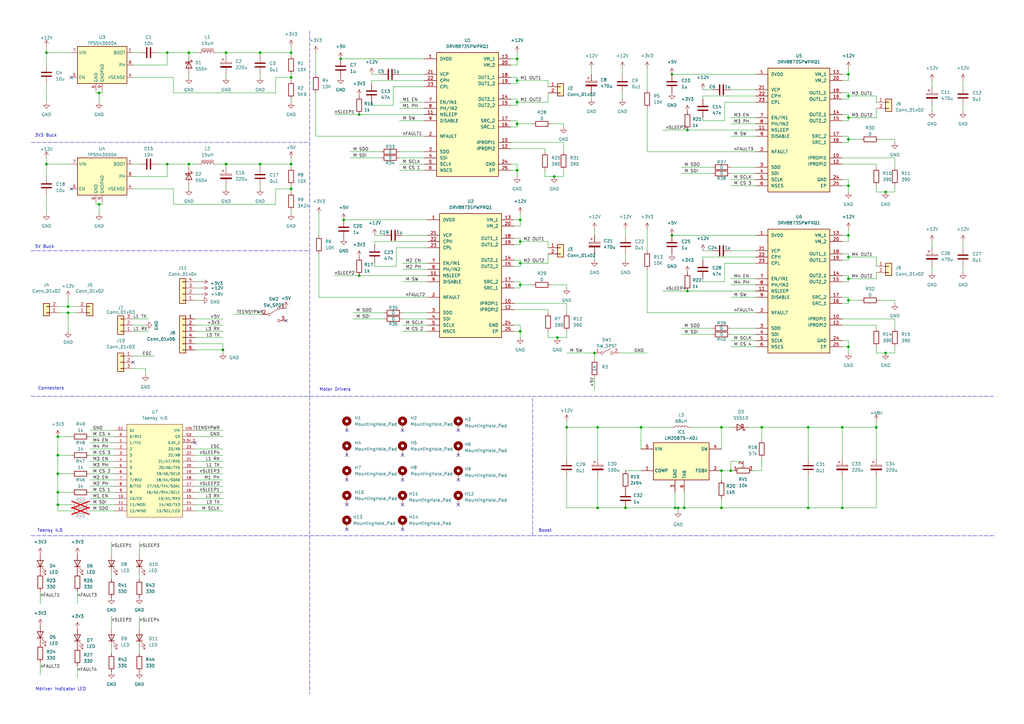
<source format=kicad_sch>
(kicad_sch (version 20230121) (generator eeschema)
  (paper "A3")
  (title_block (title "Layer 2") (date "2023-12-31") (rev "5") (company "Sentinels Robotics") (comment 1 "Checked By: Vincent Cayadi 31/12/2023"))
  (junction (at 23.7282 201.93))
  (junction (at 119.38 67.31))
  (junction (at 77.47 67.31))
  (junction (at 312.42 175.26))
  (junction (at 363.22 78.74))
  (junction (at 245.11 208.28))
  (junction (at 27.94 125.73))
  (junction (at 347.98 114.3))
  (junction (at 295.91 175.26))
  (junction (at 347.98 123.19))
  (junction (at 23.7282 179.07))
  (junction (at 212.09 41.91))
  (junction (at 359.41 175.26))
  (junction (at 77.47 21.59))
  (junction (at 278.13 208.28))
  (junction (at 345.44 175.26))
  (junction (at 347.98 105.41))
  (junction (at 281.94 53.34))
  (junction (at 363.22 144.78))
  (junction (at 228.6 138.43))
  (junction (at 243.84 144.78))
  (junction (at 213.36 135.89))
  (junction (at 92.71 21.59))
  (junction (at 213.36 99.06))
  (junction (at 347.98 96.52))
  (junction (at 280.67 208.28))
  (junction (at 147.32 113.03))
  (junction (at 119.38 21.59))
  (junction (at 295.91 208.28))
  (junction (at 347.98 48.26))
  (junction (at 347.98 57.15))
  (junction (at 347.98 39.37))
  (junction (at 19.05 21.59))
  (junction (at 347.98 76.2))
  (junction (at 19.05 67.31))
  (junction (at 275.59 30.48))
  (junction (at 245.11 175.26))
  (junction (at 140.97 90.17))
  (junction (at 212.09 69.85))
  (junction (at 213.36 90.17))
  (junction (at 232.41 175.26))
  (junction (at 119.38 31.75))
  (junction (at 40.64 38.1))
  (junction (at 295.91 193.04))
  (junction (at 119.38 77.47))
  (junction (at 40.64 83.82))
  (junction (at 275.59 96.52))
  (junction (at 227.33 72.39))
  (junction (at 23.7282 194.31))
  (junction (at 281.94 119.38))
  (junction (at 27.94 128.27))
  (junction (at 68.58 67.31))
  (junction (at 262.89 175.26))
  (junction (at 23.7282 206.9929))
  (junction (at 347.98 30.48))
  (junction (at 139.7 24.13))
  (junction (at 212.09 24.13))
  (junction (at 23.7282 186.69))
  (junction (at 212.09 33.02))
  (junction (at 213.36 116.84))
  (junction (at 256.54 208.28))
  (junction (at 212.09 50.8))
  (junction (at 106.68 67.31))
  (junction (at 347.98 142.24))
  (junction (at 106.68 21.59))
  (junction (at 345.44 208.28))
  (junction (at 92.71 67.31))
  (junction (at 68.58 21.59))
  (junction (at 147.32 46.99))
  (junction (at 299.72 193.04))
  (junction (at 331.47 208.28))
  (junction (at 331.47 175.26))
  (junction (at 276.86 208.28))
  (junction (at 213.36 107.95))
  (junction (at 91.44 143.51))
  (no_connect (at 54.61 148.59))
  (no_connect (at 142.24 196.85))
  (no_connect (at 165.1 217.17))
  (no_connect (at 142.24 186.69))
  (no_connect (at 187.96 176.53))
  (no_connect (at 29.21 31.75))
  (no_connect (at 142.24 207.01))
  (no_connect (at 142.24 217.17))
  (no_connect (at 142.24 176.53))
  (no_connect (at 80.01 181.61))
  (no_connect (at 187.96 196.85))
  (no_connect (at 165.1 176.53))
  (no_connect (at 165.1 207.01))
  (no_connect (at 165.1 196.85))
  (no_connect (at 117.3463 131.5128))
  (no_connect (at 187.96 186.69))
  (no_connect (at 165.1 186.69))
  (no_connect (at 187.96 207.01))
  (no_connect (at 29.21 77.47))
  (wire (pts (xy 92.71 30.48) (xy 92.71 31.75)))
  (polyline (pts (xy 12.7 102.87) (xy 127 102.87)) (stroke (width 0) (type dash)))
  (wire (pts (xy 36.83 199.39) (xy 46.99 199.39)))
  (wire (pts (xy 345.44 175.26) (xy 359.41 175.26)))
  (wire (pts (xy 29.21 194.31) (xy 23.7282 194.31)))
  (wire (pts (xy 80.01 186.69) (xy 91.44 186.69)))
  (wire (pts (xy 209.55 26.67) (xy 212.09 26.67)))
  (wire (pts (xy 224.79 127) (xy 224.79 128.27)))
  (wire (pts (xy 262.89 184.15) (xy 262.89 175.26)))
  (wire (pts (xy 163.83 44.45) (xy 173.99 44.45)))
  (wire (pts (xy 19.05 80.01) (xy 19.05 87.63)))
  (wire (pts (xy 210.82 115.57) (xy 213.36 115.57)))
  (wire (pts (xy 213.36 99.06) (xy 213.36 97.79)))
  (wire (pts (xy 265.43 44.45) (xy 265.43 62.23)))
  (wire (pts (xy 265.43 27.94) (xy 265.43 36.83)))
  (wire (pts (xy 143.51 62.23) (xy 156.21 62.23)))
  (wire (pts (xy 27.94 128.27) (xy 27.94 135.89)))
  (wire (pts (xy 36.83 207.01) (xy 46.99 207.01)))
  (wire (pts (xy 345.44 96.52) (xy 347.98 96.52)))
  (wire (pts (xy 213.36 133.35) (xy 213.36 135.89)))
  (wire (pts (xy 27.94 121.92) (xy 27.94 125.73)))
  (wire (pts (xy 347.98 114.3) (xy 359.41 114.3)))
  (wire (pts (xy 288.29 105.41) (xy 309.88 105.41)))
  (wire (pts (xy 165.1 110.49) (xy 175.26 110.49)))
  (wire (pts (xy 394.97 111.76) (xy 394.97 109.22)))
  (wire (pts (xy 163.83 49.53) (xy 173.99 49.53)))
  (wire (pts (xy 292.1 36.83) (xy 288.29 36.83)))
  (wire (pts (xy 345.44 104.14) (xy 347.98 104.14)))
  (wire (pts (xy 331.47 175.26) (xy 331.47 187.96)))
  (wire (pts (xy 82.55 115.57) (xy 80.01 115.57)))
  (wire (pts (xy 106.68 67.31) (xy 106.68 68.58)))
  (wire (pts (xy 91.44 140.97) (xy 80.01 140.97)))
  (wire (pts (xy 80.01 179.07) (xy 91.44 179.07)))
  (wire (pts (xy 19.05 67.31) (xy 19.05 72.39)))
  (wire (pts (xy 359.41 39.37) (xy 359.41 41.91)))
  (wire (pts (xy 345.44 58.42) (xy 347.98 58.42)))
  (wire (pts (xy 359.41 76.2) (xy 359.41 78.74)))
  (wire (pts (xy 299.72 36.83) (xy 309.88 36.83)))
  (wire (pts (xy 39.37 83.82) (xy 40.64 83.82)))
  (wire (pts (xy 394.97 45.72) (xy 394.97 43.18)))
  (wire (pts (xy 347.98 124.46) (xy 347.98 123.19)))
  (wire (pts (xy 280.67 201.93) (xy 280.67 208.28)))
  (wire (pts (xy 242.57 40.64) (xy 242.57 38.1)))
  (wire (pts (xy 80.01 191.77) (xy 91.44 191.77)))
  (wire (pts (xy 16.51 271.78) (xy 16.51 276.86)))
  (wire (pts (xy 40.64 41.91) (xy 40.64 38.1)))
  (wire (pts (xy 41.91 83.82) (xy 40.64 83.82)))
  (wire (pts (xy 119.38 64.77) (xy 119.38 67.31)))
  (wire (pts (xy 345.44 99.06) (xy 347.98 99.06)))
  (wire (pts (xy 275.59 30.48) (xy 309.88 30.48)))
  (wire (pts (xy 297.18 49.53) (xy 288.29 49.53)))
  (wire (pts (xy 347.98 39.37) (xy 359.41 39.37)))
  (wire (pts (xy 165.1 133.35) (xy 175.26 133.35)))
  (wire (pts (xy 213.36 99.06) (xy 213.36 100.33)))
  (wire (pts (xy 165.1 115.57) (xy 175.26 115.57)))
  (wire (pts (xy 80.01 199.39) (xy 91.44 199.39)))
  (wire (pts (xy 36.83 196.85) (xy 46.99 196.85)))
  (wire (pts (xy 288.29 39.37) (xy 309.88 39.37)))
  (wire (pts (xy 209.55 24.13) (xy 212.09 24.13)))
  (wire (pts (xy 212.09 67.31) (xy 212.09 69.85)))
  (wire (pts (xy 77.47 67.31) (xy 77.47 68.58)))
  (wire (pts (xy 210.82 90.17) (xy 213.36 90.17)))
  (wire (pts (xy 347.98 57.15) (xy 353.06 57.15)))
  (wire (pts (xy 367.03 142.24) (xy 367.03 144.78)))
  (wire (pts (xy 129.54 38.1) (xy 129.54 55.88)))
  (wire (pts (xy 27.94 128.27) (xy 31.75 128.27)))
  (wire (pts (xy 295.91 204.47) (xy 295.91 208.28)))
  (wire (pts (xy 80.01 133.35) (xy 91.44 133.35)))
  (wire (pts (xy 212.09 52.07) (xy 212.09 50.8)))
  (wire (pts (xy 345.44 142.24) (xy 347.98 142.24)))
  (wire (pts (xy 16.51 242.57) (xy 16.51 247.65)))
  (wire (pts (xy 161.29 35.56) (xy 161.29 43.18)))
  (wire (pts (xy 119.38 86.36) (xy 119.38 87.63)))
  (wire (pts (xy 54.61 31.75) (xy 71.12 31.75)))
  (wire (pts (xy 300.99 193.04) (xy 299.72 193.04)))
  (wire (pts (xy 345.44 46.99) (xy 347.98 46.99)))
  (wire (pts (xy 210.82 100.33) (xy 213.36 100.33)))
  (wire (pts (xy 213.36 118.11) (xy 213.36 116.84)))
  (wire (pts (xy 54.61 26.67) (xy 68.58 26.67)))
  (wire (pts (xy 119.38 30.48) (xy 119.38 31.75)))
  (wire (pts (xy 23.7282 206.9929) (xy 23.7282 209.55)))
  (wire (pts (xy 113.03 31.75) (xy 119.38 31.75)))
  (wire (pts (xy 254 144.78) (xy 265.43 144.78)))
  (wire (pts (xy 299.72 50.8) (xy 309.88 50.8)))
  (wire (pts (xy 91.44 143.51) (xy 80.01 143.51)))
  (polyline (pts (xy 218.44 219.71) (xy 218.44 162.56)) (stroke (width 0) (type dash)))
  (wire (pts (xy 71.12 77.47) (xy 71.12 83.82)))
  (wire (pts (xy 46.99 181.61) (xy 36.83 181.61)))
  (wire (pts (xy 297.18 107.95) (xy 297.18 115.57)))
  (wire (pts (xy 137.16 46.99) (xy 147.32 46.99)))
  (wire (pts (xy 41.91 36.83) (xy 41.91 38.1)))
  (wire (pts (xy 163.83 69.85) (xy 173.99 69.85)))
  (wire (pts (xy 54.61 72.39) (xy 68.58 72.39)))
  (wire (pts (xy 363.22 144.78) (xy 367.03 144.78)))
  (wire (pts (xy 345.44 40.64) (xy 347.98 40.64)))
  (polyline (pts (xy 127 162.56) (xy 127 219.71)) (stroke (width 0) (type dash)))
  (wire (pts (xy 92.71 67.31) (xy 106.68 67.31)))
  (polyline (pts (xy 127 12.7) (xy 127 58.42)) (stroke (width 0) (type dash)))
  (wire (pts (xy 147.32 113.03) (xy 175.26 113.03)))
  (wire (pts (xy 245.11 208.28) (xy 245.11 195.58)))
  (wire (pts (xy 80.01 207.01) (xy 91.44 207.01)))
  (wire (pts (xy 210.82 124.46) (xy 232.41 124.46)))
  (wire (pts (xy 347.98 105.41) (xy 347.98 104.14)))
  (wire (pts (xy 345.44 49.53) (xy 347.98 49.53)))
  (wire (pts (xy 152.4 41.91) (xy 152.4 43.18)))
  (wire (pts (xy 224.79 135.89) (xy 224.79 138.43)))
  (polyline (pts (xy 127 102.87) (xy 127 162.56)) (stroke (width 0) (type dash)))
  (wire (pts (xy 210.82 133.35) (xy 213.36 133.35)))
  (wire (pts (xy 152.4 33.02) (xy 173.99 33.02)))
  (wire (pts (xy 231.14 58.42) (xy 231.14 62.23)))
  (wire (pts (xy 360.68 123.19) (xy 367.03 123.19)))
  (wire (pts (xy 209.55 67.31) (xy 212.09 67.31)))
  (wire (pts (xy 80.01 135.89) (xy 91.44 135.89)))
  (wire (pts (xy 36.83 176.53) (xy 46.99 176.53)))
  (wire (pts (xy 382.27 99.06) (xy 382.27 101.6)))
  (wire (pts (xy 265.43 62.23) (xy 309.88 62.23)))
  (wire (pts (xy 331.47 208.28) (xy 345.44 208.28)))
  (wire (pts (xy 157.48 96.52) (xy 153.67 96.52)))
  (wire (pts (xy 210.82 97.79) (xy 213.36 97.79)))
  (wire (pts (xy 71.12 83.82) (xy 113.03 83.82)))
  (wire (pts (xy 210.82 118.11) (xy 213.36 118.11)))
  (wire (pts (xy 212.09 69.85) (xy 212.09 72.39)))
  (wire (pts (xy 39.37 38.1) (xy 40.64 38.1)))
  (wire (pts (xy 162.56 101.6) (xy 162.56 109.22)))
  (wire (pts (xy 345.44 73.66) (xy 347.98 73.66)))
  (wire (pts (xy 41.91 82.55) (xy 41.91 83.82)))
  (wire (pts (xy 347.98 27.94) (xy 347.98 30.48)))
  (wire (pts (xy 280.67 208.28) (xy 278.13 208.28)))
  (wire (pts (xy 210.82 127) (xy 224.79 127)))
  (wire (pts (xy 347.98 58.42) (xy 347.98 57.15)))
  (wire (pts (xy 232.41 175.26) (xy 245.11 175.26)))
  (wire (pts (xy 64.77 21.59) (xy 68.58 21.59)))
  (wire (pts (xy 82.55 120.65) (xy 80.01 120.65)))
  (wire (pts (xy 119.38 40.64) (xy 119.38 41.91)))
  (wire (pts (xy 312.42 175.26) (xy 312.42 180.34)))
  (polyline (pts (xy 407.67 219.71) (xy 407.67 219.71)))
  (wire (pts (xy 255.27 40.64) (xy 255.27 38.1)))
  (wire (pts (xy 91.44 143.51) (xy 91.44 140.97)))
  (wire (pts (xy 347.98 57.15) (xy 347.98 55.88)))
  (wire (pts (xy 212.09 50.8) (xy 218.44 50.8)))
  (wire (pts (xy 163.83 41.91) (xy 173.99 41.91)))
  (wire (pts (xy 45.72 265.43) (xy 45.72 267.97)))
  (wire (pts (xy 92.71 76.2) (xy 92.71 77.47)))
  (wire (pts (xy 299.72 134.62) (xy 309.88 134.62)))
  (wire (pts (xy 278.13 209.55) (xy 278.13 208.28)))
  (wire (pts (xy 119.38 31.75) (xy 119.38 33.02)))
  (wire (pts (xy 54.61 133.35) (xy 59.69 133.35)))
  (wire (pts (xy 228.6 138.43) (xy 232.41 138.43)))
  (wire (pts (xy 243.84 154.94) (xy 243.84 160.02)))
  (wire (pts (xy 363.22 78.74) (xy 367.03 78.74)))
  (wire (pts (xy 119.38 21.59) (xy 119.38 22.86)))
  (wire (pts (xy 312.42 187.96) (xy 312.42 193.04)))
  (wire (pts (xy 262.89 193.04) (xy 256.54 193.04)))
  (wire (pts (xy 212.09 33.02) (xy 224.79 33.02)))
  (wire (pts (xy 147.32 46.99) (xy 173.99 46.99)))
  (wire (pts (xy 209.55 52.07) (xy 212.09 52.07)))
  (wire (pts (xy 226.06 50.8) (xy 231.14 50.8)))
  (wire (pts (xy 345.44 30.48) (xy 347.98 30.48)))
  (wire (pts (xy 153.67 107.95) (xy 153.67 109.22)))
  (wire (pts (xy 92.71 21.59) (xy 106.68 21.59)))
  (wire (pts (xy 54.61 21.59) (xy 57.15 21.59)))
  (wire (pts (xy 80.01 201.93) (xy 91.44 201.93)))
  (wire (pts (xy 345.44 130.81) (xy 367.03 130.81)))
  (wire (pts (xy 213.36 99.06) (xy 224.79 99.06)))
  (wire (pts (xy 165.1 135.89) (xy 175.26 135.89)))
  (wire (pts (xy 143.51 64.77) (xy 156.21 64.77)))
  (wire (pts (xy 382.27 45.72) (xy 382.27 43.18)))
  (wire (pts (xy 292.1 102.87) (xy 288.29 102.87)))
  (wire (pts (xy 347.98 48.26) (xy 347.98 46.99)))
  (wire (pts (xy 347.98 30.48) (xy 347.98 33.02)))
  (wire (pts (xy 299.72 189.23) (xy 299.72 193.04)))
  (wire (pts (xy 209.55 43.18) (xy 212.09 43.18)))
  (wire (pts (xy 232.41 124.46) (xy 232.41 128.27)))
  (wire (pts (xy 210.82 92.71) (xy 213.36 92.71)))
  (wire (pts (xy 82.55 123.19) (xy 80.01 123.19)))
  (wire (pts (xy 232.41 116.84) (xy 232.41 118.11)))
  (wire (pts (xy 382.27 33.02) (xy 382.27 35.56)))
  (wire (pts (xy 299.72 76.2) (xy 309.88 76.2)))
  (wire (pts (xy 212.09 41.91) (xy 212.09 40.64)))
  (wire (pts (xy 213.36 116.84) (xy 213.36 115.57)))
  (wire (pts (xy 299.72 139.7) (xy 309.88 139.7)))
  (wire (pts (xy 59.69 151.13) (xy 54.61 151.13)))
  (wire (pts (xy 359.41 175.26) (xy 359.41 172.72)))
  (wire (pts (xy 347.98 73.66) (xy 347.98 76.2)))
  (wire (pts (xy 57.15 252.73) (xy 57.15 257.81)))
  (wire (pts (xy 77.47 67.31) (xy 81.28 67.31)))
  (wire (pts (xy 223.52 60.96) (xy 223.52 62.23)))
  (wire (pts (xy 144.78 130.81) (xy 157.48 130.81)))
  (wire (pts (xy 210.82 135.89) (xy 213.36 135.89)))
  (wire (pts (xy 54.61 67.31) (xy 57.15 67.31)))
  (wire (pts (xy 209.55 34.29) (xy 212.09 34.29)))
  (wire (pts (xy 163.83 67.31) (xy 173.99 67.31)))
  (wire (pts (xy 367.03 123.19) (xy 367.03 124.46)))
  (wire (pts (xy 359.41 44.45) (xy 359.41 48.26)))
  (wire (pts (xy 107.1863 128.9728) (xy 95.7563 128.9728)))
  (wire (pts (xy 80.01 209.55) (xy 91.44 209.55)))
  (wire (pts (xy 347.98 48.26) (xy 347.98 49.53)))
  (polyline (pts (xy 12.7 219.71) (xy 127 219.71)) (stroke (width 0) (type dash)))
  (wire (pts (xy 212.09 50.8) (xy 212.09 49.53)))
  (wire (pts (xy 144.78 128.27) (xy 157.48 128.27)))
  (wire (pts (xy 299.72 116.84) (xy 309.88 116.84)))
  (wire (pts (xy 347.98 114.3) (xy 347.98 115.57)))
  (wire (pts (xy 46.99 179.07) (xy 36.83 179.07)))
  (polyline (pts (xy 127 162.56) (xy 407.67 162.56)) (stroke (width 0) (type dash)))
  (wire (pts (xy 71.12 31.75) (xy 71.12 38.1)))
  (wire (pts (xy 345.44 175.26) (xy 331.47 175.26)))
  (wire (pts (xy 345.44 175.26) (xy 345.44 187.96)))
  (wire (pts (xy 278.13 208.28) (xy 276.86 208.28)))
  (wire (pts (xy 39.37 82.55) (xy 39.37 83.82)))
  (wire (pts (xy 88.9 67.31) (xy 92.71 67.31)))
  (wire (pts (xy 265.43 128.27) (xy 309.88 128.27)))
  (wire (pts (xy 394.97 33.02) (xy 394.97 35.56)))
  (wire (pts (xy 88.9 21.59) (xy 92.71 21.59)))
  (wire (pts (xy 36.83 186.69) (xy 46.99 186.69)))
  (wire (pts (xy 359.41 105.41) (xy 359.41 109.22)))
  (wire (pts (xy 224.79 33.02) (xy 224.79 35.56)))
  (wire (pts (xy 299.72 121.92) (xy 309.88 121.92)))
  (wire (pts (xy 212.09 33.02) (xy 212.09 31.75)))
  (wire (pts (xy 312.42 175.26) (xy 331.47 175.26)))
  (polyline (pts (xy 218.44 219.71) (xy 407.67 219.71)) (stroke (width 0) (type dash)))
  (wire (pts (xy 331.47 208.28) (xy 331.47 195.58)))
  (wire (pts (xy 36.83 189.23) (xy 46.99 189.23)))
  (wire (pts (xy 347.98 39.37) (xy 347.98 38.1)))
  (wire (pts (xy 19.05 67.31) (xy 19.05 64.77)))
  (wire (pts (xy 106.68 67.31) (xy 119.38 67.31)))
  (wire (pts (xy 347.98 48.26) (xy 359.41 48.26)))
  (wire (pts (xy 281.94 53.34) (xy 309.88 53.34)))
  (wire (pts (xy 347.98 39.37) (xy 347.98 40.64)))
  (wire (pts (xy 243.84 106.68) (xy 243.84 104.14)))
  (wire (pts (xy 139.7 24.13) (xy 173.99 24.13)))
  (wire (pts (xy 262.89 175.26) (xy 275.59 175.26)))
  (wire (pts (xy 347.98 93.98) (xy 347.98 96.52)))
  (wire (pts (xy 54.61 77.47) (xy 71.12 77.47)))
  (wire (pts (xy 29.3064 207.01) (xy 29.21 207.01)))
  (wire (pts (xy 31.75 242.57) (xy 31.75 247.65)))
  (wire (pts (xy 213.36 107.95) (xy 224.79 107.95)))
  (wire (pts (xy 276.86 208.28) (xy 256.54 208.28)))
  (wire (pts (xy 367.03 76.2) (xy 367.03 78.74)))
  (wire (pts (xy 209.55 49.53) (xy 212.09 49.53)))
  (wire (pts (xy 281.94 119.38) (xy 309.88 119.38)))
  (wire (pts (xy 345.44 133.35) (xy 359.41 133.35)))
  (wire (pts (xy 57.15 222.25) (xy 57.15 227.33)))
  (wire (pts (xy 288.29 40.64) (xy 288.29 39.37)))
  (wire (pts (xy 19.05 21.59) (xy 19.05 19.05)))
  (wire (pts (xy 213.36 135.89) (xy 213.36 138.43)))
  (wire (pts (xy 57.15 234.95) (xy 57.15 237.49)))
  (wire (pts (xy 92.71 21.59) (xy 92.71 22.86)))
  (wire (pts (xy 36.83 191.77) (xy 46.99 191.77)))
  (wire (pts (xy 36.83 201.93) (xy 46.99 201.93)))
  (wire (pts (xy 80.01 196.85) (xy 91.44 196.85)))
  (wire (pts (xy 36.83 184.15) (xy 46.99 184.15)))
  (wire (pts (xy 360.68 57.15) (xy 367.03 57.15)))
  (wire (pts (xy 223.52 72.39) (xy 227.33 72.39)))
  (wire (pts (xy 80.01 176.53) (xy 91.44 176.53)))
  (wire (pts (xy 382.27 111.76) (xy 382.27 109.22)))
  (wire (pts (xy 29.21 209.55) (xy 23.7282 209.55)))
  (wire (pts (xy 347.98 123.19) (xy 347.98 121.92)))
  (wire (pts (xy 279.4 137.16) (xy 292.1 137.16)))
  (wire (pts (xy 209.55 31.75) (xy 212.09 31.75)))
  (wire (pts (xy 262.89 175.26) (xy 245.11 175.26)))
  (wire (pts (xy 347.98 105.41) (xy 359.41 105.41)))
  (wire (pts (xy 19.05 21.59) (xy 29.21 21.59)))
  (wire (pts (xy 45.72 222.25) (xy 45.72 227.33)))
  (wire (pts (xy 295.91 175.26) (xy 299.72 175.26)))
  (wire (pts (xy 45.72 252.73) (xy 45.72 257.81)))
  (wire (pts (xy 210.82 109.22) (xy 213.36 109.22)))
  (wire (pts (xy 162.56 109.22) (xy 153.67 109.22)))
  (wire (pts (xy 163.83 30.48) (xy 173.99 30.48)))
  (wire (pts (xy 68.58 67.31) (xy 77.47 67.31)))
  (wire (pts (xy 232.41 135.89) (xy 232.41 138.43)))
  (wire (pts (xy 299.72 73.66) (xy 309.88 73.66)))
  (wire (pts (xy 68.58 21.59) (xy 77.47 21.59)))
  (wire (pts (xy 209.55 58.42) (xy 231.14 58.42)))
  (polyline (pts (xy 127 284.48) (xy 127 284.48)))
  (wire (pts (xy 36.83 194.31) (xy 46.99 194.31)))
  (wire (pts (xy 347.98 142.24) (xy 347.98 144.78)))
  (wire (pts (xy 31.75 273.05) (xy 31.75 278.13)))
  (wire (pts (xy 283.21 175.26) (xy 295.91 175.26)))
  (wire (pts (xy 119.38 76.2) (xy 119.38 77.47)))
  (wire (pts (xy 27.94 125.73) (xy 31.75 125.73)))
  (wire (pts (xy 29.21 201.93) (xy 23.7282 201.93)))
  (wire (pts (xy 71.12 38.1) (xy 113.03 38.1)))
  (wire (pts (xy 24.13 128.27) (xy 27.94 128.27)))
  (wire (pts (xy 224.79 38.1) (xy 224.79 41.91)))
  (wire (pts (xy 256.54 208.28) (xy 245.11 208.28)))
  (wire (pts (xy 256.54 93.98) (xy 256.54 96.52)))
  (wire (pts (xy 23.7282 186.69) (xy 23.7282 194.31)))
  (wire (pts (xy 80.01 130.81) (xy 91.44 130.81)))
  (wire (pts (xy 232.41 195.58) (xy 232.41 208.28)))
  (wire (pts (xy 347.98 105.41) (xy 347.98 106.68)))
  (wire (pts (xy 29.21 186.69) (xy 23.7282 186.69)))
  (wire (pts (xy 156.21 30.48) (xy 152.4 30.48)))
  (wire (pts (xy 276.86 201.93) (xy 276.86 208.28)))
  (polyline (pts (xy 127 219.71) (xy 218.44 219.71)) (stroke (width 0) (type dash)))
  (wire (pts (xy 232.41 175.26) (xy 232.41 187.96)))
  (wire (pts (xy 312.42 193.04) (xy 308.61 193.04)))
  (wire (pts (xy 309.88 41.91) (xy 297.18 41.91)))
  (wire (pts (xy 359.41 175.26) (xy 359.41 187.96)))
  (wire (pts (xy 255.27 27.94) (xy 255.27 30.48)))
  (wire (pts (xy 299.72 102.87) (xy 309.88 102.87)))
  (wire (pts (xy 130.81 87.63) (xy 130.81 96.52)))
  (wire (pts (xy 68.58 72.39) (xy 68.58 67.31)))
  (wire (pts (xy 345.44 33.02) (xy 347.98 33.02)))
  (wire (pts (xy 280.67 208.28) (xy 295.91 208.28)))
  (wire (pts (xy 77.47 21.59) (xy 81.28 21.59)))
  (wire (pts (xy 359.41 67.31) (xy 359.41 68.58)))
  (wire (pts (xy 153.67 100.33) (xy 153.67 99.06)))
  (wire (pts (xy 212.09 41.91) (xy 212.09 43.18)))
  (wire (pts (xy 232.41 172.72) (xy 232.41 175.26)))
  (wire (pts (xy 299.72 71.12) (xy 309.88 71.12)))
  (wire (pts (xy 231.14 69.85) (xy 231.14 72.39)))
  (wire (pts (xy 347.98 96.52) (xy 347.98 99.06)))
  (wire (pts (xy 231.14 50.8) (xy 231.14 52.07)))
  (wire (pts (xy 173.99 35.56) (xy 161.29 35.56)))
  (wire (pts (xy 295.91 175.26) (xy 295.91 184.15)))
  (wire (pts (xy 299.72 68.58) (xy 309.88 68.58)))
  (wire (pts (xy 295.91 208.28) (xy 331.47 208.28)))
  (wire (pts (xy 347.98 114.3) (xy 347.98 113.03)))
  (polyline (pts (xy 12.7 58.42) (xy 127 58.42)) (stroke (width 0) (type dash)))
  (wire (pts (xy 163.83 64.77) (xy 173.99 64.77)))
  (wire (pts (xy 347.98 139.7) (xy 347.98 142.24)))
  (wire (pts (xy 309.88 107.95) (xy 297.18 107.95)))
  (wire (pts (xy 265.43 110.49) (xy 265.43 128.27)))
  (wire (pts (xy 271.78 53.34) (xy 281.94 53.34)))
  (wire (pts (xy 256.54 106.68) (xy 256.54 104.14)))
  (wire (pts (xy 152.4 34.29) (xy 152.4 33.02)))
  (wire (pts (xy 224.79 104.14) (xy 224.79 107.95)))
  (wire (pts (xy 40.64 87.63) (xy 40.64 83.82)))
  (wire (pts (xy 345.44 121.92) (xy 347.98 121.92)))
  (wire (pts (xy 77.47 21.59) (xy 77.47 22.86)))
  (wire (pts (xy 129.54 21.59) (xy 129.54 30.48)))
  (wire (pts (xy 279.4 71.12) (xy 292.1 71.12)))
  (wire (pts (xy 347.98 123.19) (xy 353.06 123.19)))
  (wire (pts (xy 80.01 189.23) (xy 91.44 189.23)))
  (wire (pts (xy 297.18 41.91) (xy 297.18 49.53)))
  (wire (pts (xy 345.44 76.2) (xy 347.98 76.2)))
  (wire (pts (xy 226.06 116.84) (xy 232.41 116.84)))
  (wire (pts (xy 45.72 234.95) (xy 45.72 237.49)))
  (wire (pts (xy 243.84 144.78) (xy 232.41 144.78)))
  (wire (pts (xy 345.44 115.57) (xy 347.98 115.57)))
  (wire (pts (xy 130.81 104.14) (xy 130.81 121.92)))
  (wire (pts (xy 54.61 146.05) (xy 63.5 146.05)))
  (wire (pts (xy 23.7282 179.07) (xy 23.7282 186.69)))
  (wire (pts (xy 275.59 96.52) (xy 309.88 96.52)))
  (wire (pts (xy 80.01 138.43) (xy 91.44 138.43)))
  (wire (pts (xy 19.05 34.29) (xy 19.05 41.91)))
  (wire (pts (xy 345.44 208.28) (xy 359.41 208.28)))
  (wire (pts (xy 77.47 76.2) (xy 77.47 77.47)))
  (wire (pts (xy 212.09 21.59) (xy 212.09 24.13)))
  (wire (pts (xy 29.3064 206.9929) (xy 29.3064 207.01)))
  (wire (pts (xy 175.26 101.6) (xy 162.56 101.6)))
  (wire (pts (xy 140.97 90.17) (xy 175.26 90.17)))
  (wire (pts (xy 210.82 106.68) (xy 213.36 106.68)))
  (wire (pts (xy 165.1 130.81) (xy 175.26 130.81)))
  (wire (pts (xy 27.94 125.73) (xy 24.13 125.73)))
  (wire (pts (xy 359.41 78.74) (xy 363.22 78.74)))
  (wire (pts (xy 77.47 30.48) (xy 77.47 31.75)))
  (wire (pts (xy 359.41 111.76) (xy 359.41 114.3)))
  (wire (pts (xy 304.8 189.23) (xy 299.72 189.23)))
  (wire (pts (xy 165.1 96.52) (xy 175.26 96.52)))
  (wire (pts (xy 213.36 116.84) (xy 218.44 116.84)))
  (wire (pts (xy 119.38 77.47) (xy 119.38 78.74)))
  (wire (pts (xy 23.7282 194.31) (xy 23.7282 201.93)))
  (wire (pts (xy 297.18 115.57) (xy 288.29 115.57)))
  (wire (pts (xy 213.36 107.95) (xy 213.36 106.68)))
  (wire (pts (xy 129.54 55.88) (xy 173.99 55.88)))
  (wire (pts (xy 345.44 64.77) (xy 367.03 64.77)))
  (wire (pts (xy 345.44 67.31) (xy 359.41 67.31)))
  (wire (pts (xy 345.44 139.7) (xy 347.98 139.7)))
  (wire (pts (xy 243.84 93.98) (xy 243.84 96.52)))
  (wire (pts (xy 113.03 77.47) (xy 119.38 77.47)))
  (wire (pts (xy 295.91 193.04) (xy 295.91 196.85)))
  (polyline (pts (xy 127 58.42) (xy 127 102.87)) (stroke (width 0) (type dash)))
  (wire (pts (xy 54.61 130.81) (xy 60.96 130.81)))
  (wire (pts (xy 279.4 68.58) (xy 292.1 68.58)))
  (wire (pts (xy 224.79 99.06) (xy 224.79 101.6)))
  (wire (pts (xy 23.7282 206.9929) (xy 29.3064 206.9929)))
  (wire (pts (xy 345.44 124.46) (xy 347.98 124.46)))
  (wire (pts (xy 92.71 67.31) (xy 92.71 68.58)))
  (wire (pts (xy 299.72 48.26) (xy 309.88 48.26)))
  (wire (pts (xy 359.41 144.78) (xy 363.22 144.78)))
  (wire (pts (xy 19.05 67.31) (xy 29.21 67.31)))
  (wire (pts (xy 209.55 69.85) (xy 212.09 69.85)))
  (wire (pts (xy 242.57 27.94) (xy 242.57 30.48)))
  (wire (pts (xy 106.68 21.59) (xy 106.68 22.86)))
  (wire (pts (xy 345.44 55.88) (xy 347.98 55.88)))
  (wire (pts (xy 271.78 119.38) (xy 281.94 119.38)))
  (wire (pts (xy 82.55 118.11) (xy 80.01 118.11)))
  (wire (pts (xy 39.37 36.83) (xy 39.37 38.1)))
  (wire (pts (xy 80.01 194.31) (xy 91.44 194.31)))
  (wire (pts (xy 54.61 135.89) (xy 60.96 135.89)))
  (wire (pts (xy 106.68 30.48) (xy 106.68 31.75)))
  (wire (pts (xy 345.44 106.68) (xy 347.98 106.68)))
  (wire (pts (xy 288.29 114.3) (xy 288.29 115.57)))
  (wire (pts (xy 41.91 38.1) (xy 40.64 38.1)))
  (wire (pts (xy 59.69 153.67) (xy 59.69 151.13)))
  (wire (pts (xy 345.44 113.03) (xy 347.98 113.03)))
  (wire (pts (xy 367.03 130.81) (xy 367.03 134.62)))
  (wire (pts (xy 212.09 24.13) (xy 212.09 26.67)))
  (wire (pts (xy 232.41 208.28) (xy 245.11 208.28)))
  (wire (pts (xy 113.03 38.1) (xy 113.03 31.75)))
  (wire (pts (xy 130.81 121.92) (xy 175.26 121.92)))
  (wire (pts (xy 209.55 60.96) (xy 223.52 60.96)))
  (wire (pts (xy 213.36 90.17) (xy 213.36 92.71)))
  (wire (pts (xy 23.7282 201.93) (xy 23.7282 206.9929)))
  (wire (pts (xy 80.01 184.15) (xy 91.44 184.15)))
  (polyline (pts (xy 12.7 162.56) (xy 127 162.56)) (stroke (width 0) (type dash)))
  (wire (pts (xy 153.67 99.06) (xy 175.26 99.06)))
  (wire (pts (xy 163.83 62.23) (xy 173.99 62.23)))
  (wire (pts (xy 359.41 133.35) (xy 359.41 134.62)))
  (wire (pts (xy 106.68 76.2) (xy 106.68 77.47)))
  (wire (pts (xy 80.01 204.47) (xy 91.44 204.47)))
  (wire (pts (xy 299.72 114.3) (xy 309.88 114.3)))
  (wire (pts (xy 91.44 144.78) (xy 91.44 143.51)))
  (wire (pts (xy 299.72 137.16) (xy 309.88 137.16)))
  (wire (pts (xy 288.29 106.68) (xy 288.29 105.41)))
  (wire (pts (xy 359.41 208.28) (xy 359.41 195.58)))
  (wire (pts (xy 299.72 55.88) (xy 309.88 55.88)))
  (wire (pts (xy 64.77 67.31) (xy 68.58 67.31)))
  (wire (pts (xy 161.29 43.18) (xy 152.4 43.18)))
  (wire (pts (xy 265.43 93.98) (xy 265.43 102.87)))
  (wire (pts (xy 213.36 107.95) (xy 213.36 109.22)))
  (wire (pts (xy 57.15 265.43) (xy 57.15 267.97)))
  (wire (pts (xy 279.4 134.62) (xy 292.1 134.62)))
  (wire (pts (xy 367.03 64.77) (xy 367.03 68.58)))
  (wire (pts (xy 165.1 107.95) (xy 175.26 107.95)))
  (wire (pts (xy 359.41 142.24) (xy 359.41 144.78)))
  (wire (pts (xy 224.79 138.43) (xy 228.6 138.43)))
  (polyline (pts (xy 127 219.71) (xy 127 284.48)) (stroke (width 0) (type dash)))
  (wire (pts (xy 137.16 113.03) (xy 147.32 113.03)))
  (wire (pts (xy 345.44 208.28) (xy 345.44 195.58)))
  (wire (pts (xy 213.36 87.63) (xy 213.36 90.17)))
  (wire (pts (xy 227.33 72.39) (xy 231.14 72.39)))
  (wire (pts (xy 347.98 76.2) (xy 347.98 78.74)))
  (wire (pts (xy 68.58 26.67) (xy 68.58 21.59)))
  (wire (pts (xy 223.52 69.85) (xy 223.52 72.39)))
  (wire (pts (xy 245.11 175.26) (xy 245.11 187.96)))
  (wire (pts (xy 119.38 67.31) (xy 119.38 68.58)))
  (wire (pts (xy 288.29 48.26) (xy 288.29 49.53)))
  (wire (pts (xy 29.21 179.07) (xy 23.7282 179.07)))
  (wire (pts (xy 106.68 21.59) (xy 119.38 21.59)))
  (wire (pts (xy 19.05 21.59) (xy 19.05 26.67)))
  (wire (pts (xy 119.38 19.05) (xy 119.38 21.59)))
  (wire (pts (xy 367.03 57.15) (xy 367.03 58.42)))
  (wire (pts (xy 165.1 128.27) (xy 175.26 128.27)))
  (wire (pts (xy 295.91 193.04) (xy 299.72 193.04)))
  (wire (pts (xy 307.34 175.26) (xy 312.42 175.26)))
  (wire (pts (xy 212.09 33.02) (xy 212.09 34.29)))
  (wire (pts (xy 345.44 38.1) (xy 347.98 38.1)))
  (wire (pts (xy 299.72 142.24) (xy 309.88 142.24)))
  (wire (pts (xy 36.83 204.47) (xy 46.99 204.47)))
  (wire (pts (xy 394.97 99.06) (xy 394.97 101.6)))
  (wire (pts (xy 209.55 40.64) (xy 212.09 40.64)))
  (wire (pts (xy 36.83 209.55) (xy 46.99 209.55)))
  (wire (pts (xy 113.03 83.82) (xy 113.03 77.47)))
  (wire (pts (xy 212.09 41.91) (xy 224.79 41.91)))
  (wire (pts (xy 243.84 144.78) (xy 243.84 147.32)))
  (text "Boost" (at 220.8045 218.425 0) (effects (font (size 1.27 1.27)) (justify left bottom)))
  (text "Mdriver Indicator LED" (at 14.5132 283.4679 0) (effects (font (size 1.27 1.27)) (justify left bottom)))
  (text "Connectors" (at 15.5449 160.0903 0) (effects (font (size 1.27 1.27)) (justify left bottom)))
  (text "Motor Drivers" (at 130.9519 160.5888 0) (effects (font (size 1.27 1.27)) (justify left bottom)))
  (text "5V Buck" (at 14.2837 102.026 0) (effects (font (size 1.27 1.27)) (justify left bottom)))
  (text "3V3 Buck" (at 14.224 56.388 0) (effects (font (size 1.27 1.27)) (justify left bottom)))
  (text "Teensy 4.0\n" (at 15.24 218.44 0) (effects (font (size 1.27 1.27)) (justify left bottom)))
  (label "nSLEEP4" (at 57.15 255.27 0))
  (label "M CS 2" (at 38.1 194.31 0))
  (label "+5V" (at 90.17 130.81 180))
  (label "TEENSYPWR" (at 97.0263 128.9728 0))
  (label "L3 RX" (at 90.17 135.89 180))
  (label "M4 OUT1" (at 349.25 105.41 0))
  (label "M1 PH" (at 90.17 196.85 180))
  (label "+3V3" (at 90.17 133.35 180))
  (label "M SW" (at 300.99 121.92 0))
  (label "M CS 1" (at 38.1 201.93 0))
  (label "L1 RX" (at 90.17 189.23 180))
  (label "nFAULT1" (at 16.51 245.11 0))
  (label "nFAULT3" (at 31.75 245.11 0))
  (label "nFAULT2" (at 16.51 274.32 0))
  (label "nSLEEP4" (at 273.05 119.38 0))
  (label "L3 TX" (at 90.17 138.43 180))
  (label "GND" (at 90.17 179.07 180))
  (label "M SDI" (at 144.78 64.77 0))
  (label "M3 EN" (at 38.1 189.23 0))
  (label "nSLEEP2" (at 45.72 255.27 0))
  (label "M2 OUT2" (at 214.63 107.95 0))
  (label "M2 EN" (at 38.1 196.85 0))
  (label "M SW" (at 165.1 49.53 0))
  (label "M SCLK" (at 300.99 139.7 0))
  (label "nFAULT1" (at 165.1 55.88 0))
  (label "M4 PH" (at 38.1 184.15 0))
  (label "M CS 3" (at 300.99 76.2 0))
  (label "M4 OUT2" (at 349.25 114.3 0))
  (label "GND" (at 38.1 176.53 0))
  (label "M CS 2" (at 166.37 135.89 0))
  (label "M2 EN" (at 166.37 107.95 0))
  (label "M SCLK" (at 166.37 133.35 0))
  (label "M1 OUT1" (at 213.36 33.02 0))
  (label "nSLEEP3" (at 90.17 194.31 180))
  (label "M SDO" (at 146.05 128.27 0))
  (label "M3 OUT1" (at 349.25 39.37 0))
  (label "M3 OUT2" (at 349.25 48.26 0))
  (label "M SDI" (at 280.67 137.16 0))
  (label "M SDO" (at 144.78 62.23 0))
  (label "M1 PH" (at 165.1 44.45 0))
  (label "L1 TX" (at 90.17 191.77 180))
  (label "L1 RX" (at 54.61 135.89 0))
  (label "M SCLK" (at 300.99 73.66 0))
  (label "M3 PH" (at 300.99 50.8 0))
  (label "M CS 4" (at 300.99 142.24 0))
  (label "nSLEEP3" (at 57.15 224.79 0))
  (label "M1 EN" (at 165.1 41.91 0))
  (label "TEENSYPWR" (at 90.17 176.53 180))
  (label "M SDI" (at 38.1 207.01 0))
  (label "M1 EN" (at 38.1 204.47 0))
  (label "M2 PH" (at 166.37 110.49 0))
  (label "nSLEEP1" (at 45.72 224.79 0))
  (label "nSLEEP4" (at 90.17 186.69 180))
  (label "L3 RX" (at 90.17 204.47 180))
  (label "nSLEEP1" (at 90.17 201.93 180))
  (label "M4 EN" (at 300.99 114.3 0))
  (label "M4 PH" (at 300.99 116.84 0))
  (label "M SDI" (at 280.67 71.12 0))
  (label "L1 TX" (at 54.61 130.81 0))
  (label "M SDO" (at 280.67 68.58 0))
  (label "M SDO" (at 280.67 134.62 0))
  (label "M4 EN" (at 38.1 181.61 0))
  (label "nFAULT4" (at 31.75 275.59 0))
  (label "M SW" (at 166.37 115.57 0))
  (label "M3 PH" (at 38.1 191.77 0))
  (label "nFAULT3" (at 300.99 62.23 0))
  (label "+5V" (at 243.84 158.75 90))
  (label "M CS 3" (at 38.1 186.69 0))
  (label "M SW" (at 300.99 55.88 0))
  (label "M SDI" (at 146.05 130.81 0))
  (label "L3 TX" (at 90.17 207.01 180))
  (label "M3 EN" (at 300.99 48.26 0))
  (label "M SDO" (at 38.1 209.55 0))
  (label "nFAULT4" (at 300.99 128.27 0))
  (label "M SW" (at 233.68 144.78 0))
  (label "M2 PH" (at 38.1 199.39 0))
  (label "ESC" (at 58.42 146.05 0))
  (label "nSLEEP2" (at 90.17 199.39 180))
  (label "M CS 1" (at 165.1 69.85 0))
  (label "M1 OUT2" (at 213.36 41.91 0))
  (label "M SCLK" (at 165.1 67.31 0))
  (label "nSLEEP3" (at 273.05 53.34 0))
  (label "nSLEEP2" (at 137.16 113.03 0))
  (label "GND" (at 264.16 144.78 180))
  (label "ESC" (at 90.17 184.15 180))
  (label "M2 OUT1" (at 214.63 99.06 0))
  (label "M SCLK" (at 90.17 209.55 180))
  (label "M CS 4" (at 38.1 179.07 0))
  (label "nSLEEP1" (at 137.16 46.99 0))
  (label "nFAULT2" (at 166.37 121.92 0))
  (symbol (lib_id "Mechanical:MountingHole_Pad") (at 187.96 173.99 0) (unit 1) (in_bom no)
    (property "Reference" "H3" (at 190.5 172.085 0) (effects (justify left)))
    (property "Value" "MountingHole_Pad" (at 190.5 174.625 0) (effects (justify left)))
    (property "Footprint" "MountingHole:MountingHole_3.2mm_M3_Pad_Via" (effects hide))
  )
  (symbol (lib_id "power:+5V") (at 119.38 64.77 0) (unit 1)
    (property "Reference" "#PWR028" (effects hide))
    (property "Value" "+5V" (at 119.38 60.452 0))
  )
  (symbol (lib_id "Device:C_Polarized") (at 92.71 26.67 0) (unit 1)
    (property "Reference" "C2" (at 96.52 25.146 0) (effects (justify left)))
    (property "Value" "220u" (at 96.52 27.686 0) (effects (justify left)))
    (property "Footprint" "2024l2:EIA-7343-D" (effects hide))
    (property "LCSC" "C5348248" (effects hide))
  )
  (symbol (lib_id "Mechanical:MountingHole_Pad") (at 187.96 204.47 0) (unit 1) (in_bom no)
    (property "Reference" "H12" (at 190.5 202.565 0) (effects (justify left)))
    (property "Value" "MountingHole_Pad" (at 190.5 205.105 0) (effects (justify left)))
    (property "Footprint" "MountingHole:MountingHole_3.2mm_M3_Pad_Via" (effects hide))
  )
  (symbol (lib_id "power:GND") (at 57.15 275.59 0) (unit 1)
    (property "Reference" "#PWR088" (effects hide))
    (property "Value" "GND" (at 57.15 280.67 0))
  )
  (symbol (lib_id "Device:R") (at 281.94 49.53 0) (unit 1)
    (property "Reference" "R21" (at 283.943 48.895 0) (effects (justify left)))
    (property "Value" "1k" (at 283.943 51.435 0) (effects (justify left)))
    (property "Footprint" "2024l2:res0603" (effects hide))
    (property "LCSC" "C21190" (effects hide))
  )
  (symbol (lib_id "Device:R") (at 147.32 109.22 0) (unit 1)
    (property "Reference" "R17" (at 149.323 108.585 0) (effects (justify left)))
    (property "Value" "1k" (at 149.323 111.125 0) (effects (justify left)))
    (property "Footprint" "2024l2:res0603" (effects hide))
    (property "LCSC" "C21190" (effects hide))
  )
  (symbol (lib_id "power:GND") (at 59.69 153.67 0) (mirror y) (unit 1)
    (property "Reference" "#PWR073" (effects hide))
    (property "Value" "GND" (at 59.69 158.75 0))
  )
  (symbol (lib_id "power:+12V") (at 19.05 19.05 0) (unit 1)
    (property "Reference" "#PWR01" (effects hide))
    (property "Value" "+12V" (at 19.05 15.4785 0))
  )
  (symbol (lib_id "power:GND") (at 275.59 104.14 0) (unit 1)
    (property "Reference" "#PWR067" (effects hide))
    (property "Value" "GND" (at 275.59 109.22 0))
  )
  (symbol (lib_id "Device:C") (at 60.96 67.31 90) (unit 1)
    (property "Reference" "C15" (at 60.96 60.96 90))
    (property "Value" "10n" (at 60.96 63.5 90))
    (property "Footprint" "2024l2:cap0603" (effects hide))
    (property "LCSC" "C597236" (effects hide))
  )
  (symbol (lib_id "Device:R") (at 312.42 184.15 0) (mirror y) (unit 1)
    (property "Reference" "R18" (at 310.642 183.515 0) (effects (justify left)))
    (property "Value" "57k" (at 310.642 186.055 0) (effects (justify left)))
    (property "Footprint" "2024l2:res0603" (effects hide))
    (property "LCSC" "C23082" (effects hide))
  )
  (symbol (lib_id "power:GND") (at 106.68 77.47 0) (unit 1)
    (property "Reference" "#PWR037" (effects hide))
    (property "Value" "GND" (at 106.68 82.55 0))
  )
  (symbol (lib_id "Device:C") (at 255.27 34.29 0) (mirror y) (unit 1)
    (property "Reference" "C9" (at 259.08 33.0199 0) (effects (justify right)))
    (property "Value" "0u1" (at 259.08 35.5599 0) (effects (justify right)))
    (property "Footprint" "2024l2:cap0603" (effects hide))
    (property "LCSC" "C3011705" (effects hide))
  )
  (symbol (lib_id "Device:R") (at 281.94 115.57 0) (unit 1)
    (property "Reference" "R22" (at 283.943 114.935 0) (effects (justify left)))
    (property "Value" "1k" (at 283.943 117.475 0) (effects (justify left)))
    (property "Footprint" "2024l2:res0603" (effects hide))
    (property "LCSC" "C21190" (effects hide))
  )
  (symbol (lib_id "power:GND") (at 213.36 138.43 0) (unit 1)
    (property "Reference" "#PWR051" (effects hide))
    (property "Value" "GND" (at 213.36 143.51 0))
  )
  (symbol (lib_id "power:GND") (at 77.47 77.47 0) (unit 1)
    (property "Reference" "#PWR035" (effects hide))
    (property "Value" "GND" (at 77.47 82.55 0))
  )
  (symbol (lib_id "power:+3V3") (at 129.54 21.59 0) (unit 1)
    (property "Reference" "#PWR03" (effects hide))
    (property "Value" "+3V3" (at 129.54 16.51 0))
  )
  (symbol (lib_id "Device:R") (at 231.14 66.04 0) (unit 1)
    (property "Reference" "R31" (at 233.68 64.7699 0) (effects (justify left)))
    (property "Value" "390" (at 233.68 67.3099 0) (effects (justify left)))
    (property "Footprint" "2024l2:res0603" (effects hide))
    (property "LCSC" "C23151" (effects hide))
  )
  (symbol (lib_id "vincent:DRV8873SPWPRQ1") (at 308.61 87.63 0) (unit 1)
    (property "Reference" "U6" (at 327.66 88.9 0))
    (property "Value" "DRV8873SPWPRQ1" (at 327.66 91.44 0))
    (property "Footprint" "2024l2:SOP65P640X120-25N" (effects hide))
    (property "Datasheet" "http://www.ti.com/lit/gpn/drv8873-q1" (effects hide))
    (property "LCSC" "C2150662" (effects hide))
    (property "Height" "1.2" (effects hide))
    (property "Mouser Part Number" "595-DRV8873SPWPRQ1" (effects hide))
    (property "Mouser Price/Stock" "https://www.mouser.co.uk/ProductDetail/Texas-Instruments/DRV8873SPWPRQ1?qs=w%2Fv1CP2dgqqzptMVbPbEvA%3D%3D" (effects hide))
    (property "Manufacturer_Name" "Texas Instruments" (effects hide))
    (property "Manufacturer_Part_Number" "DRV8873SPWPRQ1" (effects hide))
  )
  (symbol (lib_id "power:+5V") (at 139.7 24.13 0) (unit 1)
    (property "Reference" "#PWR04" (effects hide))
    (property "Value" "+5V" (at 139.7 19.05 0))
  )
  (symbol (lib_id "power:+5V") (at 140.97 90.17 0) (unit 1)
    (property "Reference" "#PWR042" (effects hide))
    (property "Value" "+5V" (at 140.97 85.09 0))
  )
  (symbol (lib_id "Device:C") (at 19.05 30.48 0) (unit 1)
    (property "Reference" "C4" (at 22.86 29.845 0) (effects (justify left)))
    (property "Value" "10u" (at 22.86 32.385 0) (effects (justify left)))
    (property "Footprint" "2024l2:cap0603" (effects hide))
    (property "LCSC" "C92487" (effects hide))
  )
  (symbol (lib_id "Device:C_Polarized") (at 382.27 39.37 0) (unit 1)
    (property "Reference" "C11" (at 385.9293 37.846 0) (effects (justify left)))
    (property "Value" "470u" (at 385.9293 40.386 0) (effects (justify left)))
    (property "Footprint" "Capacitor_SMD:CP_Elec_10x10.5" (effects hide))
    (property "LCSC" "C5162352" (effects hide))
  )
  (symbol (lib_id "Device:R") (at 16.51 238.76 0) (unit 1)
    (property "Reference" "R23" (at 18.992 238.125 0) (effects (justify left)))
    (property "Value" "330" (at 18.992 240.665 0) (effects (justify left)))
    (property "Footprint" "2024l2:res0603" (effects hide))
    (property "LCSC" "C23138" (effects hide))
  )
  (symbol (lib_id "power:GND") (at 363.22 144.78 0) (unit 1)
    (property "Reference" "#PWR070" (effects hide))
    (property "Value" "GND" (at 363.22 149.86 0))
  )
  (symbol (lib_id "power:GND") (at 27.94 135.89 0) (unit 1)
    (property "Reference" "#PWR065" (effects hide))
    (property "Value" "GND" (at 27.94 140.335 0))
  )
  (symbol (lib_id "power:+3V3") (at 147.32 39.37 0) (unit 1)
    (property "Reference" "#PWR071" (effects hide))
    (property "Value" "+3V3" (at 147.32 34.29 0))
  )
  (symbol (lib_id "Connector_Generic:Conn_01x06") (at 74.93 135.89 0) (mirror y) (unit 1)
    (property "Reference" "J8" (at 71.964 136.525 0) (effects (justify left)))
    (property "Value" "Conn_01x06" (at 71.964 139.065 0) (effects (justify left)))
    (property "Footprint" "Connector_JST:JST_XH_B6B-XH-A_1x06_P2.50mm_Vertical" (effects hide))
  )
  (symbol (lib_id "Mechanical:MountingHole_Pad") (at 165.1 184.15 0) (unit 1) (in_bom no)
    (property "Reference" "H5" (at 168.275 181.6099 0) (effects (justify left)))
    (property "Value" "MountingHole_Pad" (at 168.275 184.1499 0) (effects (justify left)))
    (property "Footprint" "MountingHole:MountingHole_3.2mm_M3_Pad_Via" (effects hide))
  )
  (symbol (lib_id "power:+3V3") (at 31.75 227.33 0) (unit 1)
    (property "Reference" "#PWR083" (effects hide))
    (property "Value" "+3V3" (at 31.75 222.25 0))
  )
  (symbol (lib_id "Device:R") (at 33.02 179.07 90) (unit 1)
    (property "Reference" "R49" (at 33.02 173.9536 90))
    (property "Value" "1k" (at 33.02 176.4936 90))
    (property "Footprint" "2024l2:res0603" (effects hide))
    (property "LCSC" "C21190" (effects hide))
  )
  (symbol (lib_id "power:GND") (at 45.72 275.59 0) (unit 1)
    (property "Reference" "#PWR086" (effects hide))
    (property "Value" "GND" (at 45.72 280.67 0))
  )
  (symbol (lib_id "Device:C_Polarized") (at 245.11 191.77 0) (unit 1)
    (property "Reference" "C30" (at 249.174 190.246 0) (effects (justify left)))
    (property "Value" "100u" (at 249.174 192.786 0) (effects (justify left)))
    (property "Footprint" "Capacitor_SMD:CP_Elec_8x6.5" (effects hide))
    (property "LCSC" "C249586" (effects hide))
  )
  (symbol (lib_id "power:+48V") (at 82.55 120.65 270) (unit 1)
    (property "Reference" "#PWR060" (effects hide))
    (property "Value" "+48V" (at 86.36 120.6499 90) (effects (justify left)))
  )
  (symbol (lib_id "power:GND") (at 106.68 31.75 0) (unit 1)
    (property "Reference" "#PWR011" (effects hide))
    (property "Value" "GND" (at 106.68 36.83 0))
  )
  (symbol (lib_id "Device:R") (at 33.02 186.69 90) (unit 1)
    (property "Reference" "R48" (at 33.02 181.5736 90))
    (property "Value" "1k" (at 33.02 184.1136 90))
    (property "Footprint" "2024l2:res0603" (effects hide))
    (property "LCSC" "C21190" (effects hide))
  )
  (symbol (lib_id "Device:C") (at 140.97 93.98 0) (mirror y) (unit 1)
    (property "Reference" "C20" (at 144.78 92.7099 0) (effects (justify right)))
    (property "Value" "1u" (at 144.78 95.2499 0) (effects (justify right)))
    (property "Footprint" "2024l2:cap0603" (effects hide))
    (property "LCSC" "C59782" (effects hide))
  )
  (symbol (lib_id "power:+12V") (at 82.55 118.11 270) (unit 1)
    (property "Reference" "#PWR058" (effects hide))
    (property "Value" "+12V" (at 86.36 118.1099 90) (effects (justify left)))
  )
  (symbol (lib_id "power:GND") (at 57.15 245.11 0) (unit 1)
    (property "Reference" "#PWR087" (effects hide))
    (property "Value" "GND" (at 57.15 250.19 0))
  )
  (symbol (lib_id "Mechanical:MountingHole_Pad") (at 142.24 204.47 0) (unit 1) (in_bom no)
    (property "Reference" "H10" (at 145.415 201.9299 0) (effects (justify left)))
    (property "Value" "MountingHole_Pad" (at 145.415 204.4699 0) (effects (justify left)))
    (property "Footprint" "MountingHole:MountingHole_3.2mm_M3_Pad_Via" (effects hide))
  )
  (symbol (lib_id "power:GND") (at 394.97 45.72 0) (unit 1)
    (property "Reference" "#PWR024" (effects hide))
    (property "Value" "GND" (at 394.97 50.8 0))
  )
  (symbol (lib_id "Device:R") (at 33.02 201.93 90) (unit 1)
    (property "Reference" "R46" (at 33.02 196.8136 90))
    (property "Value" "1k" (at 33.02 199.3536 90))
    (property "Footprint" "2024l2:res0603" (effects hide))
    (property "LCSC" "C21190" (effects hide))
  )
  (symbol (lib_id "Device:C") (at 19.05 76.2 0) (unit 1)
    (property "Reference" "C18" (at 22.86 75.565 0) (effects (justify left)))
    (property "Value" "10u" (at 22.86 78.105 0) (effects (justify left)))
    (property "Footprint" "2024l2:cap0603" (effects hide))
    (property "LCSC" "C92487" (effects hide))
  )
  (symbol (lib_id "power:+3V3") (at 16.51 227.33 0) (unit 1)
    (property "Reference" "#PWR080" (effects hide))
    (property "Value" "+3V3" (at 16.51 222.25 0))
  )
  (symbol (lib_id "power:GND") (at 394.97 111.76 0) (unit 1)
    (property "Reference" "#PWR066" (effects hide))
    (property "Value" "GND" (at 394.97 116.84 0))
  )
  (symbol (lib_id "power:GND") (at 45.72 245.11 0) (unit 1)
    (property "Reference" "#PWR085" (effects hide))
    (property "Value" "GND" (at 45.72 250.19 0))
  )
  (symbol (lib_id "Device:R") (at 265.43 40.64 0) (unit 1)
    (property "Reference" "R5" (at 267.97 39.3699 0) (effects (justify left)))
    (property "Value" "10K" (at 267.97 41.9099 0) (effects (justify left)))
    (property "Footprint" "2024l2:res0603" (effects hide))
    (property "LCSC" "C25804" (effects hide))
  )
  (symbol (lib_id "Device:R") (at 222.25 116.84 90) (unit 1)
    (property "Reference" "R29" (at 222.25 112.141 90))
    (property "Value" "0" (at 222.25 114.681 90))
    (property "Footprint" "2024l2:res0603" (effects hide))
    (property "LCSC" "C21189" (effects hide))
  )
  (symbol (lib_id "Device:C") (at 331.47 191.77 0) (unit 1)
    (property "Reference" "C31" (at 334.645 190.4999 0) (effects (justify left)))
    (property "Value" "0u1" (at 334.645 193.0399 0) (effects (justify left)))
    (property "Footprint" "2024l2:cap0603" (effects hide))
    (property "LCSC" "C3011705" (effects hide))
  )
  (symbol (lib_id "Device:R") (at 33.02 194.31 90) (unit 1)
    (property "Reference" "R47" (at 33.02 189.1936 90))
    (property "Value" "1k" (at 33.02 191.7336 90))
    (property "Footprint" "2024l2:res0603" (effects hide))
    (property "LCSC" "C21190" (effects hide))
  )
  (symbol (lib_id "Device:R") (at 161.29 128.27 270) (unit 1)
    (property "Reference" "R35" (at 161.2912 126.2201 90))
    (property "Value" "0" (at 161.2582 128.2737 90))
    (property "Footprint" "2024l2:res0603" (effects hide))
    (property "LCSC" "C21189" (effects hide))
  )
  (symbol (lib_id "Device:C") (at 275.59 34.29 0) (mirror y) (unit 1)
    (property "Reference" "C10" (at 279.4 33.0199 0) (effects (justify right)))
    (property "Value" "1u" (at 279.4 35.5599 0) (effects (justify right)))
    (property "Footprint" "2024l2:cap0603" (effects hide))
    (property "LCSC" "C59782" (effects hide))
  )
  (symbol (lib_id "LM2587S-ADJ_NOPB:LM2587S-ADJ_NOPB") (at 279.4 189.23 0) (unit 1)
    (property "Reference" "IC1" (at 279.4 177.165 0))
    (property "Value" "LM2587S-ADJ" (at 279.4 179.705 0))
    (property "Footprint" "2024l2:TO170P1435X465-6N" (effects hide))
    (property "Datasheet" "http://www.ti.com/lit/ds/symlink/lm2587.pdf" (effects hide))
    (property "LCSC" "C1355343" (effects hide))
    (property "Height" "4.65" (effects hide))
    (property "Manufacturer_Name" "Texas Instruments" (effects hide))
    (property "Manufacturer_Part_Number" "LM2587S-ADJ/NOPB" (effects hide))
    (property "Mouser Part Number" "926-LM2587S-ADJ/NOPB" (effects hide))
    (property "Mouser Price/Stock" "https://www.mouser.co.uk/ProductDetail/Texas-Instruments/LM2587S-ADJ-NOPB?qs=X1J7HmVL2ZEPViE%252BXoggZw%3D%3D" (effects hide))
    (property "Arrow Part Number" "LM2587S-ADJ/NOPB" (effects hide))
    (property "Arrow Price/Stock" "https://www.arrow.com/en/products/lm2587s-adjnopb/texas-instruments?region=nac" (effects hide))
  )
  (symbol (lib_id "Connector_Generic:Conn_01x03") (at 49.53 148.59 0) (mirror y) (unit 1)
    (property "Reference" "J10" (at 49.53 139.7 0))
    (property "Value" "Conn_01x03" (at 49.53 142.24 0))
    (property "Footprint" "Connector_PinSocket_2.54mm:PinSocket_1x03_P2.54mm_Vertical" (effects hide))
  )
  (symbol (lib_id "power:GND") (at 40.64 41.91 0) (unit 1)
    (property "Reference" "#PWR021" (effects hide))
    (property "Value" "GND" (at 40.64 46.99 0))
  )
  (symbol (lib_id "Device:R") (at 295.91 134.62 270) (unit 1)
    (property "Reference" "R39" (at 295.9112 132.5701 90))
    (property "Value" "0" (at 295.8782 134.6237 90))
    (property "Footprint" "2024l2:res0603" (effects hide))
    (property "LCSC" "C21189" (effects hide))
  )
  (symbol (lib_id "Device:R") (at 45.72 271.78 0) (unit 1)
    (property "Reference" "R42" (at 48.26 270.51 0) (effects (justify left)))
    (property "Value" "330" (at 48.26 273.05 0) (effects (justify left)))
    (property "Footprint" "2024l2:res0603" (effects hide))
    (property "LCSC" "C23138" (effects hide))
  )
  (symbol (lib_id "power:+12V") (at 382.27 33.02 0) (unit 1)
    (property "Reference" "#PWR014" (effects hide))
    (property "Value" "+12V" (at 382.27 27.94 0))
  )
  (symbol (lib_id "Device:R") (at 359.41 138.43 0) (unit 1)
    (property "Reference" "R14" (at 361.95 137.1599 0) (effects (justify left)))
    (property "Value" "390" (at 361.95 139.6999 0) (effects (justify left)))
    (property "Footprint" "2024l2:res0603" (effects hide))
    (property "LCSC" "C23151" (effects hide))
  )
  (symbol (lib_id "power:+3V3") (at 265.43 93.98 0) (unit 1)
    (property "Reference" "#PWR053" (effects hide))
    (property "Value" "+3V3" (at 265.43 88.9 0))
  )
  (symbol (lib_id "Device:R") (at 119.38 36.83 0) (unit 1)
    (property "Reference" "R2" (at 121.92 36.195 0) (effects (justify left)))
    (property "Value" "5K9" (at 121.92 38.735 0) (effects (justify left)))
    (property "Footprint" "2024l2:res0603" (effects hide))
    (property "LCSC" "C23071" (effects hide))
  )
  (symbol (lib_id "Mechanical:MountingHole_Pad") (at 142.24 173.99 0) (unit 1) (in_bom no)
    (property "Reference" "H1" (at 145.415 171.4499 0) (effects (justify left)))
    (property "Value" "MountingHole_Pad" (at 145.415 173.9899 0) (effects (justify left)))
    (property "Footprint" "MountingHole:MountingHole_3.2mm_M3_Pad_Via" (effects hide))
  )
  (symbol (lib_id "Device:R") (at 57.15 271.78 0) (unit 1)
    (property "Reference" "R44" (at 59.69 270.51 0) (effects (justify left)))
    (property "Value" "330" (at 59.69 273.05 0) (effects (justify left)))
    (property "Footprint" "2024l2:res0603" (effects hide))
    (property "LCSC" "C23138" (effects hide))
  )
  (symbol (lib_id "Device:R") (at 295.91 71.12 90) (unit 1)
    (property "Reference" "R38" (at 295.9088 73.1699 90))
    (property "Value" "0" (at 295.9418 71.1163 90))
    (property "Footprint" "2024l2:res0603" (effects hide))
    (property "LCSC" "C21189" (effects hide))
  )
  (symbol (lib_id "Device:R") (at 243.84 151.13 0) (unit 1)
    (property "Reference" "R3" (at 246.7853 150.495 0) (effects (justify left)))
    (property "Value" "1K" (at 243.8676 152.3815 90) (effects (justify left)))
    (property "Footprint" "2024l2:res0603" (effects hide))
    (property "LCSC" "C21190" (effects hide))
  )
  (symbol (lib_id "Device:C") (at 288.29 110.49 0) (mirror y) (unit 1)
    (property "Reference" "C28" (at 292.1 109.855 0) (effects (justify right)))
    (property "Value" "47n" (at 292.1 112.395 0) (effects (justify right)))
    (property "Footprint" "2024l2:cap0603" (effects hide))
    (property "LCSC" "C2762284" (effects hide))
  )
  (symbol (lib_id "power:GND") (at 40.64 87.63 0) (unit 1)
    (property "Reference" "#PWR039" (effects hide))
    (property "Value" "GND" (at 40.64 92.71 0))
  )
  (symbol (lib_id "power:+3V3") (at 16.51 256.54 0) (unit 1)
    (property "Reference" "#PWR081" (effects hide))
    (property "Value" "+3V3" (at 16.51 251.46 0))
  )
  (symbol (lib_id "power:GND") (at 256.54 106.68 0) (unit 1)
    (property "Reference" "#PWR048" (effects hide))
    (property "Value" "GND" (at 256.54 111.76 0))
  )
  (symbol (lib_id "power:+3V3") (at 130.81 87.63 0) (unit 1)
    (property "Reference" "#PWR041" (effects hide))
    (property "Value" "+3V3" (at 130.81 82.55 0))
  )
  (symbol (lib_id "power:+3V3") (at 265.43 27.94 0) (unit 1)
    (property "Reference" "#PWR05" (effects hide))
    (property "Value" "+3V3" (at 265.43 22.86 0))
  )
  (symbol (lib_id "power:+12V") (at 347.98 93.98 0) (unit 1)
    (property "Reference" "#PWR055" (effects hide))
    (property "Value" "+12V" (at 347.98 88.9 0))
  )
  (symbol (lib_id "Connector_Generic:Conn_01x02") (at 229.87 35.56 0) (unit 1)
    (property "Reference" "J2" (at 232.6031 36.195 0) (effects (justify left)))
    (property "Value" "Conn_01x02" (at 232.6031 38.735 0) (effects (justify left)))
    (property "Footprint" "2024l2:18 AWG" (effects hide))
  )
  (symbol (lib_id "power:GND") (at 140.97 97.79 0) (unit 1)
    (property "Reference" "#PWR049" (effects hide))
    (property "Value" "GND" (at 140.97 102.87 0))
  )
  (symbol (lib_id "Device:R") (at 129.54 34.29 0) (unit 1)
    (property "Reference" "R4" (at 132.08 33.0199 0) (effects (justify left)))
    (property "Value" "10K" (at 132.08 35.5599 0) (effects (justify left)))
    (property "Footprint" "2024l2:res0603" (effects hide))
    (property "LCSC" "C25804" (effects hide))
  )
  (symbol (lib_id "power:+12V") (at 27.94 121.92 0) (unit 1)
    (property "Reference" "#PWR061" (effects hide))
    (property "Value" "+12V" (at 27.94 117.348 0))
  )
  (symbol (lib_id "Device:L_Iron") (at 85.09 21.59 90) (unit 1)
    (property "Reference" "L1" (at 85.09 15.24 90))
    (property "Value" "15uH" (at 85.09 17.78 90))
    (property "Footprint" "2024l2:0630 One Piece Inductor" (effects hide))
    (property "LCSC" "C5189959" (effects hide))
  )
  (symbol (lib_id "Device:LED") (at 31.75 231.14 90) (unit 1)
    (property "Reference" "D6" (at 35.502 232.0925 90) (effects (justify right)))
    (property "Value" "LED" (at 35.502 234.6325 90) (effects (justify right)))
    (property "Footprint" "2024l2:led0603" (effects hide))
  )
  (symbol (lib_id "Device:R") (at 356.87 123.19 90) (unit 1)
    (property "Reference" "R32" (at 356.87 118.491 90))
    (property "Value" "0" (at 356.87 121.031 90))
    (property "Footprint" "2024l2:res0603" (effects hide))
    (property "LCSC" "C21189" (effects hide))
  )
  (symbol (lib_id "Device:R") (at 224.79 132.08 0) (unit 1)
    (property "Reference" "R7" (at 227.33 130.8099 0) (effects (justify left)))
    (property "Value" "390" (at 227.33 133.3499 0) (effects (justify left)))
    (property "Footprint" "2024l2:res0603" (effects hide))
    (property "LCSC" "C23151" (effects hide))
  )
  (symbol (lib_id "power:GND") (at 367.03 124.46 0) (unit 1)
    (property "Reference" "#PWR068" (effects hide))
    (property "Value" "GND" (at 367.03 129.54 0))
  )
  (symbol (lib_id "power:GND") (at 212.09 72.39 0) (unit 1)
    (property "Reference" "#PWR030" (effects hide))
    (property "Value" "GND" (at 212.09 77.47 0))
  )
  (symbol (lib_id "Device:C_Polarized") (at 92.71 72.39 0) (unit 1)
    (property "Reference" "C16" (at 96.52 70.866 0) (effects (justify left)))
    (property "Value" "220u" (at 96.52 73.406 0) (effects (justify left)))
    (property "Footprint" "2024l2:EIA-7343-D" (effects hide))
    (property "LCSC" "C5348248" (effects hide))
  )
  (symbol (lib_id "Mechanical:MountingHole_Pad") (at 187.96 194.31 0) (unit 1) (in_bom no)
    (property "Reference" "H9" (at 190.5 192.405 0) (effects (justify left)))
    (property "Value" "MountingHole_Pad" (at 190.5 194.945 0) (effects (justify left)))
    (property "Footprint" "MountingHole:MountingHole_3.2mm_M3_Pad_Via" (effects hide))
  )
  (symbol (lib_id "power:+3V3") (at 147.32 105.41 0) (unit 1)
    (property "Reference" "#PWR074" (effects hide))
    (property "Value" "+3V3" (at 147.32 100.33 0))
  )
  (symbol (lib_id "power:+3V3") (at 119.38 19.05 0) (unit 1)
    (property "Reference" "#PWR02" (effects hide))
    (property "Value" "+3V3" (at 119.38 13.97 0))
  )
  (symbol (lib_id "power:GND") (at 91.44 144.78 0) (unit 1)
    (property "Reference" "#PWR072" (effects hide))
    (property "Value" "GND" (at 93.98 146.685 0) (effects (justify left)))
  )
  (symbol (lib_id "power:+12V") (at 152.4 30.48 0) (unit 1)
    (property "Reference" "#PWR016" (effects hide))
    (property "Value" "+12V" (at 152.4 25.4 0))
  )
  (symbol (lib_id "power:GND") (at 19.05 87.63 0) (unit 1)
    (property "Reference" "#PWR038" (effects hide))
    (property "Value" "GND" (at 19.05 92.71 0))
  )
  (symbol (lib_id "Device:R") (at 147.32 43.18 0) (unit 1)
    (property "Reference" "R16" (at 149.323 42.545 0) (effects (justify left)))
    (property "Value" "1k" (at 149.323 45.085 0) (effects (justify left)))
    (property "Footprint" "2024l2:res0603" (effects hide))
    (property "LCSC" "C21190" (effects hide))
  )
  (symbol (lib_id "power:GND") (at 243.84 106.68 0) (unit 1)
    (property "Reference" "#PWR047" (effects hide))
    (property "Value" "GND" (at 243.84 111.76 0))
  )
  (symbol (lib_id "Connector_Generic:Conn_01x02") (at 36.83 128.27 0) (mirror x) (unit 1)
    (property "Reference" "J5" (at 36.83 116.84 0))
    (property "Value" "Conn_01x02" (at 36.83 119.38 0))
    (property "Footprint" "2024l2:14 AWG" (effects hide))
  )
  (symbol (lib_id "power:GND") (at 278.13 209.55 0) (unit 1)
    (property "Reference" "#PWR079" (effects hide))
    (property "Value" "GND" (at 278.13 215.138 0))
  )
  (symbol (lib_id "Diode:B340") (at 77.47 26.67 270) (unit 1)
    (property "Reference" "D1" (at 80.01 25.7175 90) (effects (justify left)))
    (property "Value" "SS54" (at 80.01 28.2575 90) (effects (justify left)))
    (property "Footprint" "2024l2:SMA (DO-214AC)" (effects hide))
    (property "Datasheet" "https://datasheet.lcsc.com/lcsc/2307271405_FUXINSEMI-B340B_C6807781.pdf" (effects hide))
    (property "LCSC" "C2766067" (effects hide))
  )
  (symbol (lib_id "Device:R") (at 160.02 64.77 90) (unit 1)
    (property "Reference" "R34" (at 160.0188 66.8199 90))
    (property "Value" "0" (at 160.0518 64.7663 90))
    (property "Footprint" "2024l2:res0603" (effects hide))
    (property "LCSC" "C21189" (effects hide))
  )
  (symbol (lib_id "Device:LED") (at 45.72 261.62 90) (unit 1)
    (property "Reference" "D9" (at 49.53 261.9375 90) (effects (justify right)))
    (property "Value" "LED" (at 49.53 264.4775 90) (effects (justify right)))
    (property "Footprint" "2024l2:led0603" (effects hide))
    (property "LCSC" "C219228" (effects hide))
  )
  (symbol (lib_id "power:GND") (at 119.38 87.63 0) (unit 1)
    (property "Reference" "#PWR040" (effects hide))
    (property "Value" "GND" (at 119.38 92.71 0))
  )
  (symbol (lib_id "power:GND") (at 19.05 41.91 0) (unit 1)
    (property "Reference" "#PWR020" (effects hide))
    (property "Value" "GND" (at 19.05 46.99 0))
  )
  (symbol (lib_id "power:+12V") (at 394.97 33.02 0) (unit 1)
    (property "Reference" "#PWR015" (effects hide))
    (property "Value" "+12V" (at 394.97 27.94 0))
  )
  (symbol (lib_id "power:+12V") (at 255.27 27.94 0) (unit 1)
    (property "Reference" "#PWR012" (effects hide))
    (property "Value" "+12V" (at 255.27 22.86 0))
  )
  (symbol (lib_id "Device:R") (at 223.52 66.04 0) (unit 1)
    (property "Reference" "R25" (at 226.06 64.7699 0) (effects (justify left)))
    (property "Value" "390" (at 226.06 67.3099 0) (effects (justify left)))
    (property "Footprint" "2024l2:res0603" (effects hide))
    (property "LCSC" "C23151" (effects hide))
  )
  (symbol (lib_id "Device:C") (at 160.02 30.48 90) (unit 1)
    (property "Reference" "C5" (at 156.3044 29.258 90))
    (property "Value" "1u" (at 162.56 29.21 90))
    (property "Footprint" "2024l2:cap0603" (effects hide))
    (property "LCSC" "C59782" (effects hide))
  )
  (symbol (lib_id "Device:R") (at 45.72 241.3 0) (unit 1)
    (property "Reference" "R41" (at 48.26 240.03 0) (effects (justify left)))
    (property "Value" "330" (at 48.26 242.57 0) (effects (justify left)))
    (property "Footprint" "2024l2:res0603" (effects hide))
    (property "LCSC" "C23138" (effects hide))
  )
  (symbol (lib_id "power:+12V") (at 256.54 93.98 0) (unit 1)
    (property "Reference" "#PWR045" (effects hide))
    (property "Value" "+12V" (at 256.54 88.9 0))
  )
  (symbol (lib_id "power:GND") (at 92.71 77.47 0) (unit 1)
    (property "Reference" "#PWR036" (effects hide))
    (property "Value" "GND" (at 92.71 82.55 0))
  )
  (symbol (lib_id "Device:C_Polarized") (at 243.84 100.33 0) (unit 1)
    (property "Reference" "C21" (at 247.4993 98.806 0) (effects (justify left)))
    (property "Value" "470u" (at 247.4993 101.346 0) (effects (justify left)))
    (property "Footprint" "Capacitor_SMD:CP_Elec_10x10.5" (effects hide))
    (property "LCSC" "C5162352" (effects hide))
  )
  (symbol (lib_id "Device:R") (at 265.43 106.68 0) (unit 1)
    (property "Reference" "R13" (at 267.97 105.4099 0) (effects (justify left)))
    (property "Value" "10K" (at 267.97 107.9499 0) (effects (justify left)))
    (property "Footprint" "2024l2:res0603" (effects hide))
    (property "LCSC" "C25804" (effects hide))
  )
  (symbol (lib_id "Regulator_Switching:TPS5430DDA") (at 41.91 26.67 0) (unit 1)
    (property "Reference" "U3" (at 41.91 15.24 0))
    (property "Value" "TPS5430DDA" (at 41.91 17.78 0))
    (property "Footprint" "2024l2:TI_SO-PowerPAD-8" (effects hide))
    (property "Datasheet" "http://www.ti.com/lit/ds/symlink/tps5430.pdf" (effects hide))
    (property "LCSC" "C9864" (effects hide))
  )
  (symbol (lib_id "vincent:DRV8873SPWPRQ1") (at 172.72 15.24 0) (unit 1)
    (property "Reference" "U1" (at 191.77 16.51 0))
    (property "Value" "DRV8873SPWPRQ1" (at 191.77 19.05 0))
    (property "Footprint" "2024l2:SOP65P640X120-25N" (effects hide))
    (property "Datasheet" "http://www.ti.com/lit/gpn/drv8873-q1" (effects hide))
    (property "LCSC" "C2150662" (effects hide))
    (property "Height" "1.2" (effects hide))
    (property "Mouser Part Number" "595-DRV8873SPWPRQ1" (effects hide))
    (property "Mouser Price/Stock" "https://www.mouser.co.uk/ProductDetail/Texas-Instruments/DRV8873SPWPRQ1?qs=w%2Fv1CP2dgqqzptMVbPbEvA%3D%3D" (effects hide))
    (property "Manufacturer_Name" "Texas Instruments" (effects hide))
    (property "Manufacturer_Part_Number" "DRV8873SPWPRQ1" (effects hide))
  )
  (symbol (lib_id "Mechanical:MountingHole_Pad") (at 142.24 194.31 0) (unit 1) (in_bom no)
    (property "Reference" "H7" (at 145.415 191.7699 0) (effects (justify left)))
    (property "Value" "MountingHole_Pad" (at 145.415 194.3099 0) (effects (justify left)))
    (property "Footprint" "MountingHole:MountingHole_3.2mm_M3_Pad_Via" (effects hide))
  )
  (symbol (lib_id "Device:C") (at 139.7 27.94 0) (mirror y) (unit 1)
    (property "Reference" "C7" (at 143.51 26.6699 0) (effects (justify right)))
    (property "Value" "1u" (at 143.51 29.2099 0) (effects (justify right)))
    (property "Footprint" "2024l2:cap0603" (effects hide))
    (property "LCSC" "C59782" (effects hide))
  )
  (symbol (lib_id "power:+12V") (at 242.57 27.94 0) (unit 1)
    (property "Reference" "#PWR08" (effects hide))
    (property "Value" "+12V" (at 242.57 22.86 0))
  )
  (symbol (lib_id "Device:R") (at 119.38 82.55 0) (unit 1)
    (property "Reference" "R9" (at 121.92 81.915 0) (effects (justify left)))
    (property "Value" "3K24" (at 121.92 84.455 0) (effects (justify left)))
    (property "Footprint" "2024l2:res0603" (effects hide))
    (property "LCSC" "C22994" (effects hide))
  )
  (symbol (lib_id "Device:R") (at 161.29 130.81 90) (unit 1)
    (property "Reference" "R36" (at 161.2888 132.8599 90))
    (property "Value" "0" (at 161.3218 130.8063 90))
    (property "Footprint" "2024l2:res0603" (effects hide))
    (property "LCSC" "C21189" (effects hide))
  )
  (symbol (lib_id "Device:R") (at 57.15 241.3 0) (unit 1)
    (property "Reference" "R43" (at 59.69 240.03 0) (effects (justify left)))
    (property "Value" "330" (at 59.69 242.57 0) (effects (justify left)))
    (property "Footprint" "2024l2:res0603" (effects hide))
    (property "LCSC" "C23138" (effects hide))
  )
  (symbol (lib_id "Mechanical:MountingHole_Pad") (at 165.1 194.31 0) (unit 1) (in_bom no)
    (property "Reference" "H8" (at 168.275 191.7699 0) (effects (justify left)))
    (property "Value" "MountingHole_Pad" (at 168.275 194.3099 0) (effects (justify left)))
    (property "Footprint" "MountingHole:MountingHole_3.2mm_M3_Pad_Via" (effects hide))
  )
  (symbol (lib_id "power:+12V") (at 382.27 99.06 0) (unit 1)
    (property "Reference" "#PWR056" (effects hide))
    (property "Value" "+12V" (at 382.27 93.98 0))
  )
  (symbol (lib_id "power:+3V3") (at 31.75 257.81 0) (unit 1)
    (property "Reference" "#PWR084" (effects hide))
    (property "Value" "+3V3" (at 31.75 252.73 0))
  )
  (symbol (lib_id "Device:C") (at 106.68 72.39 0) (unit 1)
    (property "Reference" "C17" (at 110.49 71.755 0) (effects (justify left)))
    (property "Value" "0u1" (at 110.49 74.295 0) (effects (justify left)))
    (property "Footprint" "2024l2:cap0603" (effects hide))
    (property "LCSC" "C3011705" (effects hide))
  )
  (symbol (lib_id "power:GND") (at 382.27 111.76 0) (unit 1)
    (property "Reference" "#PWR063" (effects hide))
    (property "Value" "GND" (at 382.27 116.84 0))
  )
  (symbol (lib_id "Device:LED") (at 45.72 231.14 90) (unit 1)
    (property "Reference" "D8" (at 49.53 231.4575 90) (effects (justify right)))
    (property "Value" "LED" (at 49.53 233.9975 90) (effects (justify right)))
    (property "Footprint" "2024l2:led0603" (effects hide))
    (property "LCSC" "C219228" (effects hide))
  )
  (symbol (lib_id "Connector_Generic:Conn_01x02") (at 229.87 101.6 0) (unit 1)
    (property "Reference" "J3" (at 232.6031 102.235 0) (effects (justify left)))
    (property "Value" "Conn_01x02" (at 232.6031 104.775 0) (effects (justify left)))
    (property "Footprint" "2024l2:18 AWG" (effects hide))
  )
  (symbol (lib_id "power:GND") (at 367.03 58.42 0) (unit 1)
    (property "Reference" "#PWR032" (effects hide))
    (property "Value" "GND" (at 367.03 63.5 0))
  )
  (symbol (lib_id "Connector_Generic:Conn_01x02") (at 19.05 128.27 180) (unit 1)
    (property "Reference" "J4" (at 19.05 116.84 0))
    (property "Value" "Conn_01x02" (at 19.05 119.38 0))
    (property "Footprint" "2024l2:14 AWG" (effects hide))
    (property "LCSC" "C98733" (effects hide))
  )
  (symbol (lib_id "Mechanical:MountingHole_Pad") (at 142.24 184.15 0) (unit 1) (in_bom no)
    (property "Reference" "H4" (at 145.415 181.6099 0) (effects (justify left)))
    (property "Value" "MountingHole_Pad" (at 145.415 184.1499 0) (effects (justify left)))
    (property "Footprint" "MountingHole:MountingHole_3.2mm_M3_Pad_Via" (effects hide))
  )
  (symbol (lib_id "Device:R") (at 295.91 200.66 0) (unit 1)
    (property "Reference" "R20" (at 297.815 199.3899 0) (effects (justify left)))
    (property "Value" "1k5" (at 297.815 201.9299 0) (effects (justify left)))
    (property "Footprint" "2024l2:res0603" (effects hide))
    (property "LCSC" "C22843" (effects hide))
  )
  (symbol (lib_id "power:GND") (at 227.33 72.39 0) (unit 1)
    (property "Reference" "#PWR031" (effects hide))
    (property "Value" "GND" (at 227.33 77.47 0))
  )
  (symbol (lib_id "Device:R") (at 130.81 100.33 0) (unit 1)
    (property "Reference" "R6" (at 133.35 99.0599 0) (effects (justify left)))
    (property "Value" "10K" (at 133.35 101.5999 0) (effects (justify left)))
    (property "Footprint" "2024l2:res0603" (effects hide))
    (property "LCSC" "C25804" (effects hide))
  )
  (symbol (lib_id "Device:L") (at 279.4 175.26 90) (unit 1)
    (property "Reference" "L3" (at 279.4 170.18 90))
    (property "Value" "68uH" (at 279.4 172.72 90))
    (property "Footprint" "2024l2:1040 One Piece Inductor" (effects hide))
    (property "LCSC" "C2875750" (effects hide))
  )
  (symbol (lib_id "power:GND") (at 382.27 45.72 0) (unit 1)
    (property "Reference" "#PWR019" (effects hide))
    (property "Value" "GND" (at 382.27 50.8 0))
  )
  (symbol (lib_id "Device:R_Potentiometer_Trim") (at 304.8 193.04 90) (unit 1)
    (property "Reference" "RV1" (at 304.8 196.596 90))
    (property "Value" "10k" (at 304.8 199.136 90))
    (property "Footprint" "2024l2:Potentiometer_Vishay_TS53YJ_Vertical" (effects hide))
    (property "LCSC" "C3151613" (effects hide))
  )
  (symbol (lib_id "Device:LED") (at 16.51 260.35 90) (unit 1)
    (property "Reference" "D5" (at 20.262 261.3025 90) (effects (justify right)))
    (property "Value" "LED" (at 20.262 263.8425 90) (effects (justify right)))
    (property "Footprint" "2024l2:led0603" (effects hide))
  )
  (symbol (lib_id "Device:R") (at 222.25 50.8 90) (unit 1)
    (property "Reference" "R28" (at 222.25 46.101 90))
    (property "Value" "0" (at 222.25 48.641 90))
    (property "Footprint" "2024l2:res0603" (effects hide))
    (property "LCSC" "C21189" (effects hide))
  )
  (symbol (lib_id "power:+5V") (at 275.59 96.52 0) (unit 1)
    (property "Reference" "#PWR054" (effects hide))
    (property "Value" "+5V" (at 275.59 91.44 0))
  )
  (symbol (lib_id "power:GND") (at 231.14 52.07 0) (unit 1)
    (property "Reference" "#PWR029" (effects hide))
    (property "Value" "GND" (at 231.14 57.15 0))
  )
  (symbol (lib_id "power:GND") (at 347.98 78.74 0) (unit 1)
    (property "Reference" "#PWR033" (effects hide))
    (property "Value" "GND" (at 347.98 83.82 0))
  )
  (symbol (lib_id "power:GND") (at 82.55 123.19 90) (unit 1)
    (property "Reference" "#PWR082" (effects hide))
    (property "Value" "GND" (at 86.155 123.825 90) (effects (justify right)))
  )
  (symbol (lib_id "Diode:B340") (at 77.47 72.39 270) (unit 1)
    (property "Reference" "D2" (at 80.01 71.4375 90) (effects (justify left)))
    (property "Value" "SS54" (at 80.01 73.9775 90) (effects (justify left)))
    (property "Footprint" "2024l2:SMA (DO-214AC)" (effects hide))
    (property "Datasheet" "https://datasheet.lcsc.com/lcsc/2307271405_FUXINSEMI-B340B_C6807781.pdf" (effects hide))
    (property "LCSC" "C2766067" (effects hide))
  )
  (symbol (lib_id "Device:R") (at 119.38 26.67 0) (unit 1)
    (property "Reference" "R1" (at 121.92 26.035 0) (effects (justify left)))
    (property "Value" "10K" (at 121.92 28.575 0) (effects (justify left)))
    (property "Footprint" "2024l2:res0603" (effects hide))
    (property "LCSC" "C25804" (effects hide))
  )
  (symbol (lib_id "power:+5V") (at 117.3463 126.4328 0) (unit 1)
    (property "Reference" "#PWR089" (effects hide))
    (property "Value" "+5V" (at 117.3463 122.3149 0))
  )
  (symbol (lib_id "Mechanical:MountingHole_Pad") (at 165.1 173.99 0) (unit 1) (in_bom no)
    (property "Reference" "H2" (at 168.275 171.4499 0) (effects (justify left)))
    (property "Value" "MountingHole_Pad" (at 168.275 173.9899 0) (effects (justify left)))
    (property "Footprint" "MountingHole:MountingHole_3.2mm_M3_Pad_Via" (effects hide))
  )
  (symbol (lib_id "Device:R") (at 232.41 132.08 0) (unit 1)
    (property "Reference" "R12" (at 234.95 130.8099 0) (effects (justify left)))
    (property "Value" "390" (at 234.95 133.3499 0) (effects (justify left)))
    (property "Footprint" "2024l2:res0603" (effects hide))
    (property "LCSC" "C23151" (effects hide))
  )
  (symbol (lib_id "Device:C") (at 394.97 105.41 0) (mirror y) (unit 1)
    (property "Reference" "C27" (at 398.78 104.1399 0) (effects (justify right)))
    (property "Value" "0u1" (at 398.78 106.6799 0) (effects (justify right)))
    (property "Footprint" "2024l2:cap0603" (effects hide))
    (property "LCSC" "C3011705" (effects hide))
  )
  (symbol (lib_id "Device:C") (at 153.67 104.14 0) (mirror y) (unit 1)
    (property "Reference" "C23" (at 157.48 103.505 0) (effects (justify right)))
    (property "Value" "47n" (at 157.48 106.045 0) (effects (justify right)))
    (property "Footprint" "2024l2:cap0603" (effects hide))
    (property "LCSC" "C2762284" (effects hide))
  )
  (symbol (lib_id "power:+12V") (at 394.97 99.06 0) (unit 1)
    (property "Reference" "#PWR057" (effects hide))
    (property "Value" "+12V" (at 394.97 93.98 0))
  )
  (symbol (lib_id "power:+12V") (at 213.36 87.63 0) (unit 1)
    (property "Reference" "#PWR043" (effects hide))
    (property "Value" "+12V" (at 213.36 82.55 0))
  )
  (symbol (lib_id "Device:C") (at 106.68 26.67 0) (unit 1)
    (property "Reference" "C3" (at 110.49 26.035 0) (effects (justify left)))
    (property "Value" "0u1" (at 110.49 28.575 0) (effects (justify left)))
    (property "Footprint" "2024l2:cap0603" (effects hide))
    (property "LCSC" "C3011705" (effects hide))
  )
  (symbol (lib_id "Mechanical:MountingHole_Pad") (at 187.96 184.15 0) (unit 1) (in_bom no)
    (property "Reference" "H6" (at 190.5 182.245 0) (effects (justify left)))
    (property "Value" "MountingHole_Pad" (at 190.5 184.785 0) (effects (justify left)))
    (property "Footprint" "MountingHole:MountingHole_3.2mm_M3_Pad_Via" (effects hide))
  )
  (symbol (lib_id "Device:R") (at 367.03 138.43 0) (unit 1)
    (property "Reference" "R15" (at 369.57 137.1599 0) (effects (justify left)))
    (property "Value" "390" (at 369.57 139.6999 0) (effects (justify left)))
    (property "Footprint" "2024l2:res0603" (effects hide))
    (property "LCSC" "C23151" (effects hide))
  )
  (symbol (lib_id "Regulator_Switching:TPS5430DDA") (at 41.91 72.39 0) (unit 1)
    (property "Reference" "U4" (at 41.91 60.96 0))
    (property "Value" "TPS5430DDA" (at 41.91 63.5 0))
    (property "Footprint" "2024l2:TI_SO-PowerPAD-8" (effects hide))
    (property "Datasheet" "http://www.ti.com/lit/ds/symlink/tps5430.pdf" (effects hide))
    (property "LCSC" "C9864" (effects hide))
  )
  (symbol (lib_id "power:+3V3") (at 281.94 111.76 0) (unit 1)
    (property "Reference" "#PWR076" (effects hide))
    (property "Value" "+3V3" (at 281.94 106.68 0))
  )
  (symbol (lib_id "Device:C_Polarized") (at 242.57 34.29 0) (unit 1)
    (property "Reference" "C8" (at 246.2293 32.766 0) (effects (justify left)))
    (property "Value" "470u" (at 246.2293 35.306 0) (effects (justify left)))
    (property "Footprint" "Capacitor_SMD:CP_Elec_10x10.5" (effects hide))
    (property "LCSC" "C5162352" (effects hide))
  )
  (symbol (lib_id "Device:C_Polarized") (at 345.44 191.77 0) (unit 1)
    (property "Reference" "C33" (at 349.25 190.246 0) (effects (justify left)))
    (property "Value" "220u" (at 349.25 192.786 0) (effects (justify left)))
    (property "Footprint" "Capacitor_SMD:CP_Elec_10x10.5" (effects hide))
    (property "LCSC" "C7471900" (effects hide))
  )
  (symbol (lib_id "Connector_Generic:Conn_01x03") (at 49.53 133.35 180) (unit 1)
    (property "Reference" "J7" (at 49.447 126.2429 0))
    (property "Value" "Conn_01x03" (at 49.53 128.0323 0))
    (property "Footprint" "Connector_JST:JST_XH_B3B-XH-A_1x03_P2.50mm_Vertical" (effects hide))
  )
  (symbol (lib_id "Device:C_Polarized") (at 359.41 191.77 0) (unit 1)
    (property "Reference" "C34" (at 363.22 190.246 0) (effects (justify left)))
    (property "Value" "220u" (at 363.22 192.786 0) (effects (justify left)))
    (property "Footprint" "Capacitor_SMD:CP_Elec_10x10.5" (effects hide))
    (property "LCSC" "C7471900" (effects hide))
  )
  (symbol (lib_id "Device:R") (at 33.02 207.01 270) (unit 1) (dnp yes)
    (property "Reference" "R50" (at 33.0109 204.9149 90))
    (property "Value" "1k" (at 33.0332 207.0064 90))
    (property "Footprint" "2024l2:res0603" (effects hide))
    (property "LCSC" "C21190" (effects hide))
  )
  (symbol (lib_id "Switch:SW_SPDT") (at 112.2663 128.9728 0) (unit 1)
    (property "Reference" "SW2" (at 112.2663 122.6531 0))
    (property "Value" "SW_SPDT" (at 112.2663 125.1931 0))
    (property "Footprint" "2024l2:SS12D00G3" (effects hide))
  )
  (symbol (lib_id "Device:D_Schottky") (at 303.53 175.26 180) (unit 1)
    (property "Reference" "D3" (at 303.8475 168.91 0))
    (property "Value" "SS510" (at 303.8475 171.45 0))
    (property "Footprint" "2024l2:SMA (DO-214AC)" (effects hide))
    (property "LCSC" "C908682" (effects hide))
  )
  (symbol (lib_id "power:GND") (at 242.57 40.64 0) (unit 1)
    (property "Reference" "#PWR017" (effects hide))
    (property "Value" "GND" (at 242.57 45.72 0))
  )
  (symbol (lib_id "power:GND") (at 59.69 133.35 90) (mirror x) (unit 1)
    (property "Reference" "#PWR064" (effects hide))
    (property "Value" "GND" (at 64.135 131.445 0) (effects (justify left)))
  )
  (symbol (lib_id "Device:R") (at 16.51 267.97 0) (unit 1)
    (property "Reference" "R24" (at 18.992 267.335 0) (effects (justify left)))
    (property "Value" "330" (at 18.992 269.875 0) (effects (justify left)))
    (property "Footprint" "2024l2:res0603" (effects hide))
    (property "LCSC" "C23138" (effects hide))
  )
  (symbol (lib_id "vincent:DRV8873SPWPRQ1") (at 308.61 21.59 0) (unit 1)
    (property "Reference" "U5" (at 327.66 22.86 0))
    (property "Value" "DRV8873SPWPRQ1" (at 327.66 25.4 0))
    (property "Footprint" "2024l2:SOP65P640X120-25N" (effects hide))
    (property "Datasheet" "http://www.ti.com/lit/gpn/drv8873-q1" (effects hide))
    (property "LCSC" "C2150662" (effects hide))
    (property "Height" "1.2" (effects hide))
    (property "Mouser Part Number" "595-DRV8873SPWPRQ1" (effects hide))
    (property "Mouser Price/Stock" "https://www.mouser.co.uk/ProductDetail/Texas-Instruments/DRV8873SPWPRQ1?qs=w%2Fv1CP2dgqqzptMVbPbEvA%3D%3D" (effects hide))
    (property "Manufacturer_Name" "Texas Instruments" (effects hide))
    (property "Manufacturer_Part_Number" "DRV8873SPWPRQ1" (effects hide))
  )
  (symbol (lib_id "Device:C") (at 295.91 36.83 90) (unit 1)
    (property "Reference" "C6" (at 292.1944 35.608 90))
    (property "Value" "1u" (at 298.45 35.56 90))
    (property "Footprint" "2024l2:cap0603" (effects hide))
    (property "LCSC" "C59782" (effects hide))
  )
  (symbol (lib_id "Device:C") (at 256.54 204.47 0) (unit 1)
    (property "Reference" "C32" (at 259.715 203.1999 0) (effects (justify left)))
    (property "Value" "1u" (at 259.715 205.7399 0) (effects (justify left)))
    (property "Footprint" "2024l2:cap0603" (effects hide))
    (property "LCSC" "C59782" (effects hide))
  )
  (symbol (lib_id "Device:C") (at 232.41 191.77 0) (unit 1)
    (property "Reference" "C29" (at 236.22 190.5 0) (effects (justify left)))
    (property "Value" "0u1" (at 236.22 193.04 0) (effects (justify left)))
    (property "Footprint" "2024l2:cap0603" (effects hide))
    (property "LCSC" "C3011705" (effects hide))
  )
  (symbol (lib_id "power:GND") (at 228.6 138.43 0) (unit 1)
    (property "Reference" "#PWR052" (effects hide))
    (property "Value" "GND" (at 228.6 143.51 0))
  )
  (symbol (lib_id "Device:R") (at 31.75 269.24 0) (unit 1)
    (property "Reference" "R27" (at 34.232 268.605 0) (effects (justify left)))
    (property "Value" "330" (at 34.232 271.145 0) (effects (justify left)))
    (property "Footprint" "2024l2:res0603" (effects hide))
    (property "LCSC" "C23138" (effects hide))
  )
  (symbol (lib_id "Device:R") (at 31.75 238.76 0) (unit 1)
    (property "Reference" "R26" (at 34.232 238.125 0) (effects (justify left)))
    (property "Value" "330" (at 34.232 240.665 0) (effects (justify left)))
    (property "Footprint" "2024l2:res0603" (effects hide))
    (property "LCSC" "C23138" (effects hide))
  )
  (symbol (lib_id "Device:C") (at 161.29 96.52 90) (unit 1)
    (property "Reference" "C19" (at 157.5744 95.298 90))
    (property "Value" "1u" (at 163.83 95.25 90))
    (property "Footprint" "2024l2:cap0603" (effects hide))
    (property "LCSC" "C59782" (effects hide))
  )
  (symbol (lib_id "Device:R") (at 119.38 72.39 0) (unit 1)
    (property "Reference" "R8" (at 121.92 71.755 0) (effects (justify left)))
    (property "Value" "10K" (at 121.92 74.295 0) (effects (justify left)))
    (property "Footprint" "2024l2:res0603" (effects hide))
    (property "LCSC" "C25804" (effects hide))
  )
  (symbol (lib_id "power:+12V") (at 232.41 172.72 0) (unit 1)
    (property "Reference" "#PWR077" (effects hide))
    (property "Value" "+12V" (at 232.41 168.402 0))
  )
  (symbol (lib_id "power:GND") (at 232.41 118.11 0) (unit 1)
    (property "Reference" "#PWR050" (effects hide))
    (property "Value" "GND" (at 232.41 123.19 0))
  )
  (symbol (lib_id "power:GND") (at 347.98 144.78 0) (unit 1)
    (property "Reference" "#PWR069" (effects hide))
    (property "Value" "GND" (at 347.98 149.86 0))
  )
  (symbol (lib_id "Device:R") (at 160.02 62.23 270) (unit 1)
    (property "Reference" "R33" (at 160.0212 60.1801 90))
    (property "Value" "0" (at 159.9882 62.2337 90))
    (property "Footprint" "2024l2:res0603" (effects hide))
    (property "LCSC" "C21189" (effects hide))
  )
  (symbol (lib_id "power:GND") (at 139.7 31.75 0) (unit 1)
    (property "Reference" "#PWR025" (effects hide))
    (property "Value" "GND" (at 139.7 36.83 0))
  )
  (symbol (lib_id "Device:R") (at 367.03 72.39 0) (unit 1)
    (property "Reference" "R11" (at 369.57 71.1199 0) (effects (justify left)))
    (property "Value" "390" (at 369.57 73.6599 0) (effects (justify left)))
    (property "Footprint" "2024l2:res0603" (effects hide))
    (property "LCSC" "C23151" (effects hide))
  )
  (symbol (lib_id "power:GND") (at 275.59 38.1 0) (unit 1)
    (property "Reference" "#PWR026" (effects hide))
    (property "Value" "GND" (at 275.59 43.18 0))
  )
  (symbol (lib_id "Mechanical:MountingHole_Pad") (at 165.1 214.63 0) (unit 1) (in_bom no)
    (property "Reference" "H14" (at 167.64 212.0899 0) (effects (justify left)))
    (property "Value" "MountingHole_Pad" (at 167.64 214.6299 0) (effects (justify left)))
    (property "Footprint" "MountingHole:MountingHole_3.2mm_M3_Pad_Via" (effects hide))
  )
  (symbol (lib_id "Device:LED") (at 57.15 261.62 90) (unit 1)
    (property "Reference" "D11" (at 60.96 261.9375 90) (effects (justify right)))
    (property "Value" "LED" (at 60.96 264.4775 90) (effects (justify right)))
    (property "Footprint" "2024l2:led0603" (effects hide))
    (property "LCSC" "C219228" (effects hide))
  )
  (symbol (lib_id "power:+48V") (at 359.41 172.72 0) (unit 1)
    (property "Reference" "#PWR078" (effects hide))
    (property "Value" "+48V" (at 359.41 169.418 0))
  )
  (symbol (lib_id "power:GND") (at 92.71 31.75 0) (unit 1)
    (property "Reference" "#PWR010" (effects hide))
    (property "Value" "GND" (at 92.71 36.83 0))
  )
  (symbol (lib_id "power:+12V") (at 347.98 27.94 0) (unit 1)
    (property "Reference" "#PWR013" (effects hide))
    (property "Value" "+12V" (at 347.98 22.86 0))
  )
  (symbol (lib_id "power:+3V3") (at 82.55 115.57 270) (unit 1)
    (property "Reference" "#PWR062" (effects hide))
    (property "Value" "+3V3" (at 86.1509 116.205 90) (effects (justify left)))
  )
  (symbol (lib_id "power:GND") (at 255.27 40.64 0) (unit 1)
    (property "Reference" "#PWR023" (effects hide))
    (property "Value" "GND" (at 255.27 45.72 0))
  )
  (symbol (lib_id "power:+12V") (at 212.09 21.59 0) (unit 1)
    (property "Reference" "#PWR07" (effects hide))
    (property "Value" "+12V" (at 212.09 16.51 0))
  )
  (symbol (lib_id "Device:LED") (at 31.75 261.62 90) (unit 1)
    (property "Reference" "D7" (at 35.502 262.5725 90) (effects (justify right)))
    (property "Value" "LED" (at 35.502 265.1125 90) (effects (justify right)))
    (property "Footprint" "2024l2:led0603" (effects hide))
  )
  (symbol (lib_id "Connector_Generic:Conn_01x02") (at 364.49 41.91 0) (unit 1)
    (property "Reference" "J6" (at 367.2231 42.545 0) (effects (justify left)))
    (property "Value" "Conn_01x02" (at 367.2231 45.085 0) (effects (justify left)))
    (property "Footprint" "2024l2:18 AWG" (effects hide))
  )
  (symbol (lib_id "Connector_Generic:Conn_01x02") (at 364.49 109.22 0) (unit 1)
    (property "Reference" "J9" (at 367.2231 109.855 0) (effects (justify left)))
    (property "Value" "Conn_01x02" (at 367.2231 112.395 0) (effects (justify left)))
    (property "Footprint" "2024l2:18 AWG" (effects hide))
  )
  (symbol (lib_id "Mechanical:MountingHole_Pad") (at 165.1 204.47 0) (unit 1) (in_bom no)
    (property "Reference" "H11" (at 167.64 202.565 0) (effects (justify left)))
    (property "Value" "MountingHole_Pad" (at 167.64 205.105 0) (effects (justify left)))
    (property "Footprint" "MountingHole:MountingHole_3.2mm_M3_Pad_Via" (effects hide))
  )
  (symbol (lib_id "Device:LED") (at 57.15 231.14 90) (unit 1)
    (property "Reference" "D10" (at 60.96 231.4575 90) (effects (justify right)))
    (property "Value" "LED" (at 60.96 233.9975 90) (effects (justify right)))
    (property "Footprint" "2024l2:led0603" (effects hide))
    (property "LCSC" "C219228" (effects hide))
  )
  (symbol (lib_id "Device:R") (at 33.02 209.55 90) (unit 1) (dnp yes)
    (property "Reference" "R45" (at 33.0291 211.6451 90))
    (property "Value" "1k" (at 33.0068 209.5536 90))
    (property "Footprint" "2024l2:res0603" (effects hide))
    (property "LCSC" "C21190" (effects hide))
  )
  (symbol (lib_id "Device:C") (at 256.54 100.33 0) (mirror y) (unit 1)
    (property "Reference" "C22" (at 260.35 99.0599 0) (effects (justify right)))
    (property "Value" "0u1" (at 260.35 101.5999 0) (effects (justify right)))
    (property "Footprint" "2024l2:cap0603" (effects hide))
    (property "LCSC" "C3011705" (effects hide))
  )
  (symbol (lib_id "Device:R") (at 359.41 72.39 0) (unit 1)
    (property "Reference" "R10" (at 361.95 71.1199 0) (effects (justify left)))
    (property "Value" "390" (at 361.95 73.6599 0) (effects (justify left)))
    (property "Footprint" "2024l2:res0603" (effects hide))
    (property "LCSC" "C23151" (effects hide))
  )
  (symbol (lib_id "Device:R") (at 295.91 137.16 90) (unit 1)
    (property "Reference" "R40" (at 295.9088 139.2099 90))
    (property "Value" "0" (at 295.9418 137.1563 90))
    (property "Footprint" "2024l2:res0603" (effects hide))
    (property "LCSC" "C21189" (effects hide))
  )
  (symbol (lib_id "Device:R") (at 356.87 57.15 90) (unit 1)
    (property "Reference" "R30" (at 356.87 52.451 90))
    (property "Value" "0" (at 356.87 54.991 90))
    (property "Footprint" "2024l2:res0603" (effects hide))
    (property "LCSC" "C21189" (effects hide))
  )
  (symbol (lib_id "Mechanical:MountingHole_Pad") (at 142.24 214.63 0) (unit 1) (in_bom no)
    (property "Reference" "H13" (at 144.78 212.0899 0) (effects (justify left)))
    (property "Value" "MountingHole_Pad" (at 144.78 214.6299 0) (effects (justify left)))
    (property "Footprint" "MountingHole:MountingHole_3.2mm_M3_Pad_Via" (effects hide))
  )
  (symbol (lib_id "Device:C") (at 288.29 44.45 0) (mirror y) (unit 1)
    (property "Reference" "C14" (at 292.1 43.815 0) (effects (justify right)))
    (property "Value" "47n" (at 292.1 46.355 0) (effects (justify right)))
    (property "Footprint" "2024l2:cap0603" (effects hide))
    (property "LCSC" "C2762284" (effects hide))
  )
  (symbol (lib_id "Switch:SW_SPST") (at 248.92 144.78 0) (unit 1)
    (property "Reference" "SW1" (at 248.92 139.34 0))
    (property "Value" "SW_SPST" (at 248.92 141.88 0))
    (property "Footprint" "Connector_JST:JST_XH_B2B-XH-A_1x02_P2.50mm_Vertical" (effects hide))
  )
  (symbol (lib_id "Device:C") (at 275.59 100.33 0) (mirror y) (unit 1)
    (property "Reference" "C25" (at 279.4 99.0599 0) (effects (justify right)))
    (property "Value" "1u" (at 279.4 101.5999 0) (effects (justify right)))
    (property "Footprint" "2024l2:cap0603" (effects hide))
    (property "LCSC" "C59782" (effects hide))
  )
  (symbol (lib_id "Device:C_Polarized") (at 382.27 105.41 0) (unit 1)
    (property "Reference" "C26" (at 385.9293 103.886 0) (effects (justify left)))
    (property "Value" "470u" (at 385.9293 106.426 0) (effects (justify left)))
    (property "Footprint" "Capacitor_SMD:CP_Elec_10x10.5" (effects hide))
    (property "LCSC" "C5162352" (effects hide))
  )
  (symbol (lib_id "vincent:DRV8873SPWPRQ1") (at 173.99 81.28 0) (unit 1)
    (property "Reference" "U2" (at 193.04 82.55 0))
    (property "Value" "DRV8873SPWPRQ1" (at 193.04 85.09 0))
    (property "Footprint" "2024l2:SOP65P640X120-25N" (effects hide))
    (property "Datasheet" "http://www.ti.com/lit/gpn/drv8873-q1" (effects hide))
    (property "LCSC" "C2150662" (effects hide))
    (property "Height" "1.2" (effects hide))
    (property "Mouser Part Number" "595-DRV8873SPWPRQ1" (effects hide))
    (property "Mouser Price/Stock" "https://www.mouser.co.uk/ProductDetail/Texas-Instruments/DRV8873SPWPRQ1?qs=w%2Fv1CP2dgqqzptMVbPbEvA%3D%3D" (effects hide))
    (property "Manufacturer_Name" "Texas Instruments" (effects hide))
    (property "Manufacturer_Part_Number" "DRV8873SPWPRQ1" (effects hide))
  )
  (symbol (lib_id "power:+3V3") (at 23.7282 179.07 0) (unit 1)
    (property "Reference" "#PWR093" (effects hide))
    (property "Value" "+3V3" (at 23.7282 173.99 0))
  )
  (symbol (lib_id "Device:LED") (at 16.51 231.14 90) (unit 1)
    (property "Reference" "D4" (at 20.262 232.0925 90) (effects (justify right)))
    (property "Value" "LED" (at 20.262 234.6325 90) (effects (justify right)))
    (property "Footprint" "2024l2:led0603" (effects hide))
  )
  (symbol (lib_id "power:GND") (at 77.47 31.75 0) (unit 1)
    (property "Reference" "#PWR09" (effects hide))
    (property "Value" "GND" (at 77.47 36.83 0))
  )
  (symbol (lib_id "Device:R") (at 295.91 68.58 270) (unit 1)
    (property "Reference" "R37" (at 295.9112 66.5301 90))
    (property "Value" "0" (at 295.8782 68.5837 90))
    (property "Footprint" "2024l2:res0603" (effects hide))
    (property "LCSC" "C21189" (effects hide))
  )
  (symbol (lib_id "power:+3V3") (at 281.94 45.72 0) (unit 1)
    (property "Reference" "#PWR075" (effects hide))
    (property "Value" "+3V3" (at 281.94 40.64 0))
  )
  (symbol (lib_id "Connector_Generic:Conn_01x04") (at 74.93 120.65 180) (unit 1)
    (property "Reference" "J11" (at 74.93 109.908 0))
    (property "Value" "Conn_01x04" (at 74.93 112.448 0))
    (property "Footprint" "Connector_JST:JST_XH_B4B-XH-A_1x04_P2.50mm_Vertical" (effects hide))
  )
  (symbol (lib_id "Device:C") (at 152.4 38.1 0) (mirror y) (unit 1)
    (property "Reference" "C13" (at 156.21 37.465 0) (effects (justify right)))
    (property "Value" "47n" (at 156.21 40.005 0) (effects (justify right)))
    (property "Footprint" "2024l2:cap0603" (effects hide))
    (property "LCSC" "C2762284" (effects hide))
  )
  (symbol (lib_id "Device:R") (at 256.54 196.85 0) (unit 1)
    (property "Reference" "R19" (at 258.445 195.5799 0) (effects (justify left)))
    (property "Value" "2k94" (at 258.445 198.1199 0) (effects (justify left)))
    (property "Footprint" "2024l2:res0603" (effects hide))
    (property "LCSC" "C137748" (effects hide))
  )
  (symbol (lib_id "vincent:Teensy 4.0") (at 63.5 194.31 0) (unit 1) (in_bom no)
    (property "Reference" "U7" (at 63.5 168.91 0))
    (property "Value" "Teensy 4.0" (at 63.5 171.45 0))
    (property "Footprint" "2024l2:Teensy 4.0" (effects hide))
  )
  (symbol (lib_id "power:+12V") (at 288.29 36.83 0) (unit 1)
    (property "Reference" "#PWR018" (effects hide))
    (property "Value" "+12V" (at 288.29 31.75 0))
  )
  (symbol (lib_id "power:GND") (at 363.22 78.74 0) (unit 1)
    (property "Reference" "#PWR034" (effects hide))
    (property "Value" "GND" (at 363.22 83.82 0))
  )
  (symbol (lib_id "power:+12V") (at 288.29 102.87 0) (unit 1)
    (property "Reference" "#PWR059" (effects hide))
    (property "Value" "+12V" (at 288.29 97.79 0))
  )
  (symbol (lib_id "power:+5V") (at 275.59 30.48 0) (unit 1)
    (property "Reference" "#PWR06" (effects hide))
    (property "Value" "+5V" (at 275.59 25.4 0))
  )
  (symbol (lib_id "power:GND") (at 119.38 41.91 0) (unit 1)
    (property "Reference" "#PWR022" (effects hide))
    (property "Value" "GND" (at 119.38 46.99 0))
  )
  (symbol (lib_id "power:+12V") (at 243.84 93.98 0) (unit 1)
    (property "Reference" "#PWR044" (effects hide))
    (property "Value" "+12V" (at 243.84 88.9 0))
  )
  (symbol (lib_id "Device:C") (at 295.91 102.87 90) (unit 1)
    (property "Reference" "C24" (at 292.1944 101.648 90))
    (property "Value" "1u" (at 298.45 101.6 90))
    (property "Footprint" "2024l2:cap0603" (effects hide))
    (property "LCSC" "C59782" (effects hide))
  )
  (symbol (lib_id "power:+12V") (at 153.67 96.52 0) (unit 1)
    (property "Reference" "#PWR046" (effects hide))
    (property "Value" "+12V" (at 153.67 91.44 0))
  )
  (symbol (lib_id "Device:C") (at 394.97 39.37 0) (mirror y) (unit 1)
    (property "Reference" "C12" (at 398.78 38.0999 0) (effects (justify right)))
    (property "Value" "0u1" (at 398.78 40.6399 0) (effects (justify right)))
    (property "Footprint" "2024l2:cap0603" (effects hide))
    (property "LCSC" "C3011705" (effects hide))
  )
  (symbol (lib_id "Device:C") (at 60.96 21.59 90) (unit 1)
    (property "Reference" "C1" (at 60.96 15.24 90))
    (property "Value" "10n" (at 60.96 17.78 90))
    (property "Footprint" "2024l2:cap0603" (effects hide))
    (property "LCSC" "C597236" (effects hide))
  )
  (symbol (lib_id "power:+12V") (at 19.05 64.77 0) (unit 1)
    (property "Reference" "#PWR027" (effects hide))
    (property "Value" "+12V" (at 19.05 61.1985 0))
  )
  (symbol (lib_id "Device:L_Iron") (at 85.09 67.31 90) (unit 1)
    (property "Reference" "L2" (at 85.09 60.96 90))
    (property "Value" "15uH" (at 85.09 63.5 90))
    (property "Footprint" "2024l2:0630 One Piece Inductor" (effects hide))
    (property "LCSC" "C5189959" (effects hide))
  )
)
</source>
